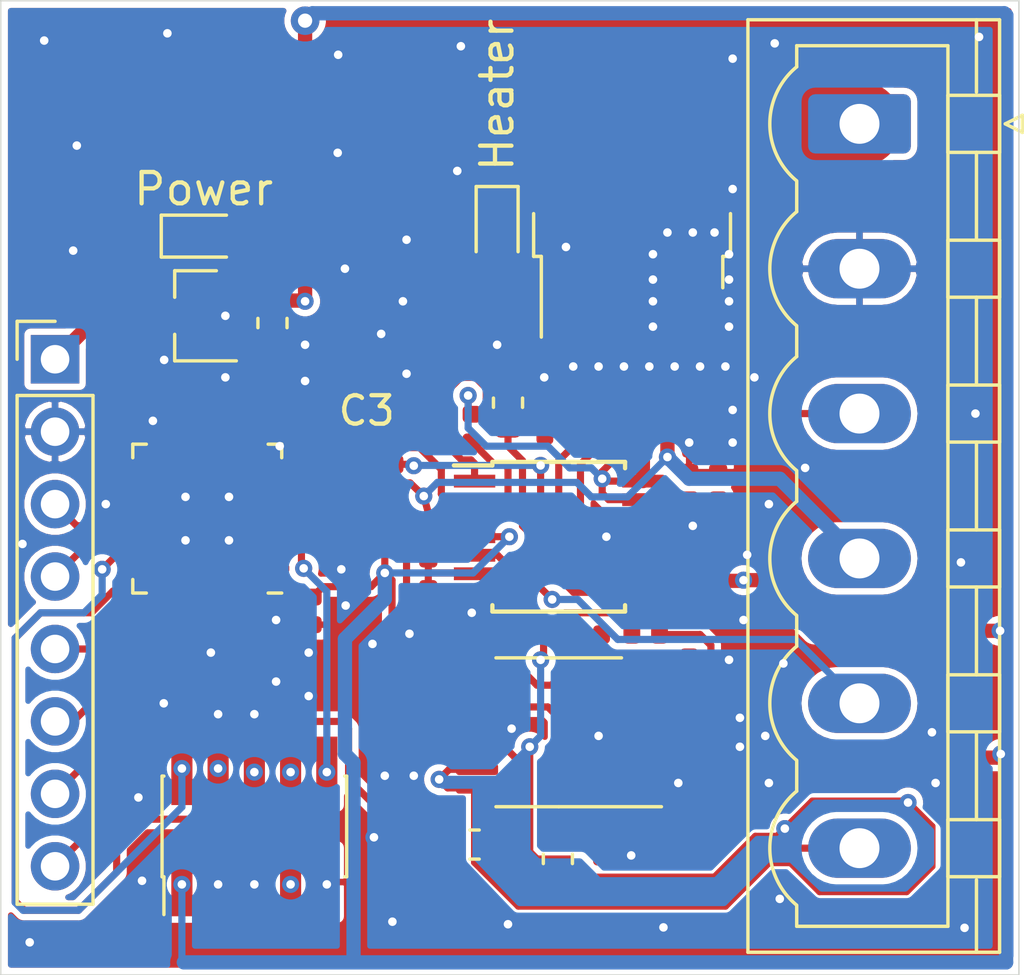
<source format=kicad_pcb>
(kicad_pcb (version 20171130) (host pcbnew "(5.1.5-0-10_14)")
  (layers (0 F.Cu signal) (31 B.Cu signal) (34 B.Paste user hide) (35 F.Paste user hide) (36 B.SilkS user hide) (37 F.SilkS user hide) (38 B.Mask user hide) (39 F.Mask user hide) (44 Edge.Cuts user))
  (net 0 "")
  (net 1 GND)
  (net 2 /LSU_Rtrim)
  (net 3 /LSU_Un)
  (net 4 /LSU_Vm)
  (net 5 /LSU_Ip)
  (net 6 +5V)
  (net 7 +3V3)
  (net 8 /nRESET)
  (net 9 /SWCLK)
  (net 10 /SWDIO)
  (net 11 "Net-(C2-Pad2)")
  (net 12 /LSU_Un_sense)
  (net 13 /Vm)
  (net 14 /Ip_sense)
  (net 15 /Un_sense)
  (net 16 "Net-(C1-Pad1)")
  (net 17 "Net-(C5-Pad1)")
  (net 18 "Net-(C6-Pad2)")
  (net 19 "Net-(C6-Pad1)")
  (net 20 "Net-(J1-Pad8)")
  (net 21 "Net-(J1-Pad7)")
  (net 22 "Net-(J1-Pad6)")
  (net 23 "Net-(R3-Pad2)")
  (net 24 "Net-(R4-Pad2)")
  (net 25 "Net-(R11-Pad1)")
  (net 26 "Net-(R12-Pad1)")
  (net 27 "Net-(R18-Pad1)")
  (net 28 "Net-(R19-Pad1)")
  (net 29 /Ip_dac)
  (net 30 /Nernst_esr_drive)
  (net 31 /Pump_Ref_Feedback)
  (net 32 "Net-(U4-Pad30)")
  (net 33 "Net-(U4-Pad29)")
  (net 34 "Net-(U4-Pad20)")
  (net 35 "Net-(U4-Pad19)")
  (net 36 "Net-(U4-Pad18)")
  (net 37 "Net-(U4-Pad16)")
  (net 38 "Net-(U4-Pad15)")
  (net 39 "Net-(U4-Pad14)")
  (net 40 "Net-(U4-Pad11)")
  (net 41 "Net-(U4-Pad10)")
  (net 42 "Net-(U4-Pad9)")
  (net 43 "Net-(U4-Pad3)")
  (net 44 "Net-(U4-Pad2)")
  (net 45 /CAN_TX)
  (net 46 /CAN_RX)
  (net 47 /VDDA)
  (net 48 /SPI_MOSI)
  (net 49 /SPI_MISO)
  (net 50 /SPI_SCK)
  (net 51 /SPI_CS)
  (net 52 /heater_pwm)
  (net 53 "Net-(Q1-Pad1)")
  (net 54 "Net-(J2-Pad1)")
  (net 55 "Net-(D1-Pad2)")
  (net 56 "Net-(R29-Pad2)")
  (net 57 "Net-(D2-Pad2)")
  (net 58 "Net-(R32-Pad1)")
  (net 59 "Net-(C3-Pad2)")
  (net 60 "Net-(C3-Pad1)")
  (net 61 "Net-(R17-Pad1)")
  (module Capacitor_SMD:C_0402_1005Metric (layer F.Cu) (at 93.599 83.312 180)
    (fp_text reference C3 (at 0 -1.17) (layer F.SilkS))
    (fp_text value 33n)
    (pad 2 smd roundrect (at 0.485 0 180) (size 0.59 0.64) (layers F.Cu F.Paste F.Mask) (net 59 "Net-(C3-Pad2)"))
    (pad 1 smd roundrect (at -0.485 0 180) (size 0.59 0.64) (layers F.Cu F.Paste F.Mask) (net 60 "Net-(C3-Pad1)"))
  )
  (module Resistor_SMD:R_0402_1005Metric (layer F.Cu) (at 96.266 84.455 270)
    (fp_text reference R34 hide)
    (fp_text value 10k)
    (pad 2 smd roundrect (at 0.485 0 270) (size 0.59 0.64) (layers F.Cu F.Paste F.Mask) (net 58 "Net-(R32-Pad1)"))
    (pad 1 smd roundrect (at -0.485 0 270) (size 0.59 0.64) (layers F.Cu F.Paste F.Mask) (net 2 /LSU_Rtrim))
  )
  (module Resistor_SMD:R_0402_1005Metric (layer F.Cu) (at 94.234 84.836 270)
    (fp_text reference R33 hide)
    (fp_text value 10k)
    (pad 2 smd roundrect (at 0.485 0 270) (size 0.59 0.64) (layers F.Cu F.Paste F.Mask) (net 59 "Net-(C3-Pad2)"))
    (pad 1 smd roundrect (at -0.485 0 270) (size 0.59 0.64) (layers F.Cu F.Paste F.Mask) (net 60 "Net-(C3-Pad1)"))
  )
  (module Resistor_SMD:R_0402_1005Metric (layer F.Cu) (at 97.282 85.09 90)
    (fp_text reference R32 hide)
    (fp_text value 68k)
    (pad 2 smd roundrect (at 0.485 0 90) (size 0.59 0.64) (layers F.Cu F.Paste F.Mask) (net 13 /Vm))
    (pad 1 smd roundrect (at -0.485 0 90) (size 0.59 0.64) (layers F.Cu F.Paste F.Mask) (net 58 "Net-(R32-Pad1)"))
  )
  (module Resistor_SMD:R_0402_1005Metric (layer F.Cu) (at 92.7862 84.836)
    (fp_text reference R31 hide)
    (fp_text value 68k)
    (pad 2 smd roundrect (at 0.485 0) (size 0.59 0.64) (layers F.Cu F.Paste F.Mask) (net 59 "Net-(C3-Pad2)"))
    (pad 1 smd roundrect (at -0.485 0) (size 0.59 0.64) (layers F.Cu F.Paste F.Mask) (net 29 /Ip_dac))
  )
  (module Capacitor_SMD:C_0402_1005Metric (layer F.Cu) (at 105.283 96.266)
    (fp_text reference C16 hide)
    (fp_text value 1u)
    (pad 2 smd roundrect (at 0.485 0) (size 0.59 0.64) (layers F.Cu F.Paste F.Mask) (net 1 GND))
    (pad 1 smd roundrect (at -0.485 0) (size 0.59 0.64) (layers F.Cu F.Paste F.Mask) (net 7 +3V3))
  )
  (module Package_SO:TSSOP-14_4.4x5mm_P0.65mm (layer F.Cu) (at 100.33 95.758 180)
    (fp_text reference U2 hide)
    (fp_text value MCP6004)
    (pad 14 smd roundrect (at 2.8625 -1.95 180) (size 1.475 0.4) (layers F.Cu F.Paste F.Mask) (net 12 /LSU_Un_sense))
    (pad 13 smd roundrect (at 2.8625 -1.3 180) (size 1.475 0.4) (layers F.Cu F.Paste F.Mask) (net 12 /LSU_Un_sense))
    (pad 12 smd roundrect (at 2.8625 -0.65 180) (size 1.475 0.4) (layers F.Cu F.Paste F.Mask) (net 3 /LSU_Un))
    (pad 11 smd roundrect (at 2.8625 0 180) (size 1.475 0.4) (layers F.Cu F.Paste F.Mask) (net 1 GND))
    (pad 10 smd roundrect (at 2.8625 0.65 180) (size 1.475 0.4) (layers F.Cu F.Paste F.Mask) (net 17 "Net-(C5-Pad1)"))
    (pad 9 smd roundrect (at 2.8625 1.3 180) (size 1.475 0.4) (layers F.Cu F.Paste F.Mask) (net 18 "Net-(C6-Pad2)"))
    (pad 8 smd roundrect (at 2.8625 1.95 180) (size 1.475 0.4) (layers F.Cu F.Paste F.Mask) (net 19 "Net-(C6-Pad1)"))
    (pad 7 smd roundrect (at -2.8625 1.95 180) (size 1.475 0.4) (layers F.Cu F.Paste F.Mask) (net 31 /Pump_Ref_Feedback))
    (pad 6 smd roundrect (at -2.8625 1.3 180) (size 1.475 0.4) (layers F.Cu F.Paste F.Mask) (net 27 "Net-(R18-Pad1)"))
    (pad 5 smd roundrect (at -2.8625 0.65 180) (size 1.475 0.4) (layers F.Cu F.Paste F.Mask) (net 28 "Net-(R19-Pad1)"))
    (pad 4 smd roundrect (at -2.8625 0 180) (size 1.475 0.4) (layers F.Cu F.Paste F.Mask) (net 7 +3V3))
    (pad 3 smd roundrect (at -2.8625 -0.65 180) (size 1.475 0.4) (layers F.Cu F.Paste F.Mask))
    (pad 2 smd roundrect (at -2.8625 -1.3 180) (size 1.475 0.4) (layers F.Cu F.Paste F.Mask))
    (pad 1 smd roundrect (at -2.8625 -1.95 180) (size 1.475 0.4) (layers F.Cu F.Paste F.Mask))
  )
  (module Connector_PinHeader_1.27mm:PinHeader_2x05_P1.27mm_Vertical_SMD (layer F.Cu) (at 89.662 99.06 90)
    (fp_text reference J1 hide)
    (fp_text value Conn_02x05_Odd_Even)
    (pad 10 smd rect (at 1.95 2.54 90) (size 2.4 0.74) (layers F.Cu F.Paste F.Mask) (net 8 /nRESET))
    (pad 9 smd rect (at -1.95 2.54 90) (size 2.4 0.74) (layers F.Cu F.Paste F.Mask) (net 1 GND))
    (pad 8 smd rect (at 1.95 1.27 90) (size 2.4 0.74) (layers F.Cu F.Paste F.Mask) (net 20 "Net-(J1-Pad8)"))
    (pad 7 smd rect (at -1.95 1.27 90) (size 2.4 0.74) (layers F.Cu F.Paste F.Mask) (net 21 "Net-(J1-Pad7)"))
    (pad 6 smd rect (at 1.95 0 90) (size 2.4 0.74) (layers F.Cu F.Paste F.Mask) (net 22 "Net-(J1-Pad6)"))
    (pad 5 smd rect (at -1.95 0 90) (size 2.4 0.74) (layers F.Cu F.Paste F.Mask) (net 1 GND))
    (pad 4 smd rect (at 1.95 -1.27 90) (size 2.4 0.74) (layers F.Cu F.Paste F.Mask) (net 9 /SWCLK))
    (pad 3 smd rect (at -1.95 -1.27 90) (size 2.4 0.74) (layers F.Cu F.Paste F.Mask) (net 1 GND))
    (pad 2 smd rect (at 1.95 -2.54 90) (size 2.4 0.74) (layers F.Cu F.Paste F.Mask) (net 10 /SWDIO))
    (pad 1 smd rect (at -1.95 -2.54 90) (size 2.4 0.74) (layers F.Cu F.Paste F.Mask) (net 7 +3V3))
  )
  (module Resistor_SMD:R_0402_1005Metric (layer F.Cu) (at 90.043 78.74 270)
    (fp_text reference R30 hide)
    (fp_text value 1k)
    (pad 2 smd roundrect (at 0.485 0 270) (size 0.59 0.64) (layers F.Cu F.Paste F.Mask) (net 7 +3V3))
    (pad 1 smd roundrect (at -0.485 0 270) (size 0.59 0.64) (layers F.Cu F.Paste F.Mask) (net 57 "Net-(D2-Pad2)"))
  )
  (module LED_SMD:LED_0603_1608Metric (layer F.Cu) (at 87.884 78.359)
    (fp_text reference D2 hide)
    (fp_text value GREEN)
    (pad 2 smd roundrect (at 0.7875 0) (size 0.875 0.95) (layers F.Cu F.Paste F.Mask) (net 57 "Net-(D2-Pad2)"))
    (pad 1 smd roundrect (at -0.7875 0) (size 0.875 0.95) (layers F.Cu F.Paste F.Mask) (net 1 GND))
  )
  (module Resistor_SMD:R_0402_1005Metric (layer F.Cu) (at 89.027 92.583 90)
    (fp_text reference R29 hide)
    (fp_text value 10k)
    (pad 2 smd roundrect (at 0.485 0 90) (size 0.59 0.64) (layers F.Cu F.Paste F.Mask) (net 56 "Net-(R29-Pad2)"))
    (pad 1 smd roundrect (at -0.485 0 90) (size 0.59 0.64) (layers F.Cu F.Paste F.Mask) (net 1 GND))
  )
  (module Package_DFN_QFN:QFN-32-1EP_5x5mm_P0.5mm_EP3.45x3.45mm (layer F.Cu) (at 88.011 88.265 180)
    (fp_text reference U4 hide)
    (fp_text value STM32F042K6Ux)
    (pad 32 smd roundrect (at -1.75 -2.4375 180) (size 0.25 0.875) (layers F.Cu F.Paste F.Mask) (net 30 /Nernst_esr_drive))
    (pad 31 smd roundrect (at -1.25 -2.4375 180) (size 0.25 0.875) (layers F.Cu F.Paste F.Mask) (net 56 "Net-(R29-Pad2)"))
    (pad 30 smd roundrect (at -0.75 -2.4375 180) (size 0.25 0.875) (layers F.Cu F.Paste F.Mask) (net 32 "Net-(U4-Pad30)"))
    (pad 29 smd roundrect (at -0.25 -2.4375 180) (size 0.25 0.875) (layers F.Cu F.Paste F.Mask) (net 33 "Net-(U4-Pad29)"))
    (pad 28 smd roundrect (at 0.25 -2.4375 180) (size 0.25 0.875) (layers F.Cu F.Paste F.Mask) (net 48 /SPI_MOSI))
    (pad 27 smd roundrect (at 0.75 -2.4375 180) (size 0.25 0.875) (layers F.Cu F.Paste F.Mask) (net 49 /SPI_MISO))
    (pad 26 smd roundrect (at 1.25 -2.4375 180) (size 0.25 0.875) (layers F.Cu F.Paste F.Mask) (net 50 /SPI_SCK))
    (pad 25 smd roundrect (at 1.75 -2.4375 180) (size 0.25 0.875) (layers F.Cu F.Paste F.Mask) (net 51 /SPI_CS))
    (pad 24 smd roundrect (at 2.4375 -1.75 180) (size 0.875 0.25) (layers F.Cu F.Paste F.Mask) (net 9 /SWCLK))
    (pad 23 smd roundrect (at 2.4375 -1.25 180) (size 0.875 0.25) (layers F.Cu F.Paste F.Mask) (net 10 /SWDIO))
    (pad 22 smd roundrect (at 2.4375 -0.75 180) (size 0.875 0.25) (layers F.Cu F.Paste F.Mask) (net 45 /CAN_TX))
    (pad 21 smd roundrect (at 2.4375 -0.25 180) (size 0.875 0.25) (layers F.Cu F.Paste F.Mask) (net 46 /CAN_RX))
    (pad 20 smd roundrect (at 2.4375 0.25 180) (size 0.875 0.25) (layers F.Cu F.Paste F.Mask) (net 34 "Net-(U4-Pad20)"))
    (pad 19 smd roundrect (at 2.4375 0.75 180) (size 0.875 0.25) (layers F.Cu F.Paste F.Mask) (net 35 "Net-(U4-Pad19)"))
    (pad 18 smd roundrect (at 2.4375 1.25 180) (size 0.875 0.25) (layers F.Cu F.Paste F.Mask) (net 36 "Net-(U4-Pad18)"))
    (pad 17 smd roundrect (at 2.4375 1.75 180) (size 0.875 0.25) (layers F.Cu F.Paste F.Mask) (net 7 +3V3))
    (pad 16 smd roundrect (at 1.75 2.4375 180) (size 0.25 0.875) (layers F.Cu F.Paste F.Mask) (net 37 "Net-(U4-Pad16)"))
    (pad 15 smd roundrect (at 1.25 2.4375 180) (size 0.25 0.875) (layers F.Cu F.Paste F.Mask) (net 38 "Net-(U4-Pad15)"))
    (pad 14 smd roundrect (at 0.75 2.4375 180) (size 0.25 0.875) (layers F.Cu F.Paste F.Mask) (net 39 "Net-(U4-Pad14)"))
    (pad 13 smd roundrect (at 0.25 2.4375 180) (size 0.25 0.875) (layers F.Cu F.Paste F.Mask) (net 52 /heater_pwm))
    (pad 12 smd roundrect (at -0.25 2.4375 180) (size 0.25 0.875) (layers F.Cu F.Paste F.Mask) (net 29 /Ip_dac))
    (pad 11 smd roundrect (at -0.75 2.4375 180) (size 0.25 0.875) (layers F.Cu F.Paste F.Mask) (net 40 "Net-(U4-Pad11)"))
    (pad 10 smd roundrect (at -1.25 2.4375 180) (size 0.25 0.875) (layers F.Cu F.Paste F.Mask) (net 41 "Net-(U4-Pad10)"))
    (pad 9 smd roundrect (at -1.75 2.4375 180) (size 0.25 0.875) (layers F.Cu F.Paste F.Mask) (net 42 "Net-(U4-Pad9)"))
    (pad 8 smd roundrect (at -2.4375 1.75 180) (size 0.875 0.25) (layers F.Cu F.Paste F.Mask) (net 14 /Ip_sense))
    (pad 7 smd roundrect (at -2.4375 1.25 180) (size 0.875 0.25) (layers F.Cu F.Paste F.Mask) (net 4 /LSU_Vm))
    (pad 6 smd roundrect (at -2.4375 0.75 180) (size 0.875 0.25) (layers F.Cu F.Paste F.Mask) (net 15 /Un_sense))
    (pad 5 smd roundrect (at -2.4375 0.25 180) (size 0.875 0.25) (layers F.Cu F.Paste F.Mask) (net 47 /VDDA))
    (pad 4 smd roundrect (at -2.4375 -0.25 180) (size 0.875 0.25) (layers F.Cu F.Paste F.Mask) (net 8 /nRESET))
    (pad 3 smd roundrect (at -2.4375 -0.75 180) (size 0.875 0.25) (layers F.Cu F.Paste F.Mask) (net 43 "Net-(U4-Pad3)"))
    (pad 2 smd roundrect (at -2.4375 -1.25 180) (size 0.875 0.25) (layers F.Cu F.Paste F.Mask) (net 44 "Net-(U4-Pad2)"))
    (pad 1 smd roundrect (at -2.4375 -1.75 180) (size 0.875 0.25) (layers F.Cu F.Paste F.Mask) (net 7 +3V3))
    (pad 33 smd roundrect (at 0 0 180) (size 3.45 3.45) (layers F.Cu F.Mask) (roundrect_rratio 0.072464) (net 1 GND))
  )
  (module Resistor_SMD:R_0402_1005Metric (layer F.Cu) (at 95.885 79.883 270)
    (fp_text reference R27 hide)
    (fp_text value 1k)
    (pad 2 smd roundrect (at 0.485 0 270) (size 0.59 0.64) (layers F.Cu F.Paste F.Mask) (net 52 /heater_pwm))
    (pad 1 smd roundrect (at -0.485 0 270) (size 0.59 0.64) (layers F.Cu F.Paste F.Mask) (net 55 "Net-(D1-Pad2)"))
  )
  (module LED_SMD:LED_0603_1608Metric (layer F.Cu) (at 98.171 78.105 270)
    (fp_text reference D1 hide)
    (fp_text value RED)
    (pad 2 smd roundrect (at 0.7875 0 270) (size 0.875 0.95) (layers F.Cu F.Paste F.Mask) (net 55 "Net-(D1-Pad2)"))
    (pad 1 smd roundrect (at -0.7875 0 270) (size 0.875 0.95) (layers F.Cu F.Paste F.Mask) (net 1 GND))
  )
  (module Capacitor_SMD:C_0402_1005Metric (layer F.Cu) (at 105.918 90.932 270)
    (fp_text reference C14 hide)
    (fp_text value 1u)
    (pad 2 smd roundrect (at 0.485 0 270) (size 0.59 0.64) (layers F.Cu F.Paste F.Mask) (net 1 GND))
    (pad 1 smd roundrect (at -0.485 0 270) (size 0.59 0.64) (layers F.Cu F.Paste F.Mask) (net 7 +3V3))
  )
  (module Connector_Phoenix_MSTB:PhoenixContact_MSTBVA_2,5_6-G-5,08_1x06_P5.08mm_Vertical (layer F.Cu) (at 110.871 74.422 270)
    (fp_text reference J2 hide)
    (fp_text value Conn_01x06)
    (pad 6 thru_hole oval (at 25.4 0 270) (size 2.08 3.6) (drill 1.4) (layers *.Cu *.Mask) (net 3 /LSU_Un))
    (pad 5 thru_hole oval (at 20.32 0 270) (size 2.08 3.6) (drill 1.4) (layers *.Cu *.Mask) (net 2 /LSU_Rtrim))
    (pad 4 thru_hole oval (at 15.24 0 270) (size 2.08 3.6) (drill 1.4) (layers *.Cu *.Mask) (net 4 /LSU_Vm))
    (pad 3 thru_hole oval (at 10.16 0 270) (size 2.08 3.6) (drill 1.4) (layers *.Cu *.Mask) (net 5 /LSU_Ip))
    (pad 2 thru_hole oval (at 5.08 0 270) (size 2.08 3.6) (drill 1.4) (layers *.Cu *.Mask) (net 1 GND))
    (pad 1 thru_hole roundrect (at 0 0 270) (size 2.08 3.6) (drill 1.4) (layers *.Cu *.Mask) (roundrect_rratio 0.120192) (net 54 "Net-(J2-Pad1)"))
  )
  (module Package_TO_SOT_SMD:TO-252-2 (layer F.Cu) (at 102.9 76.6 90)
    (fp_text reference Q1 hide)
    (fp_text value BTS3028)
    (pad 2 smd rect (at 2.1 0 90) (size 6.4 5.8) (layers F.Cu F.Mask) (net 54 "Net-(J2-Pad1)"))
    (pad 3 smd rect (at -4.2 2.28 90) (size 2.2 1.2) (layers F.Cu F.Paste F.Mask) (net 1 GND))
    (pad 1 smd rect (at -4.2 -2.28 90) (size 2.2 1.2) (layers F.Cu F.Paste F.Mask) (net 53 "Net-(Q1-Pad1)"))
  )
  (module Connector_PinHeader_2.54mm:PinHeader_1x08_P2.54mm_Vertical (layer F.Cu) (at 82.677 82.677)
    (fp_text reference J3 hide)
    (fp_text value Conn_01x08)
    (pad 8 thru_hole oval (at 0 17.78) (size 1.7 1.7) (drill 1) (layers *.Cu *.Mask) (net 48 /SPI_MOSI))
    (pad 7 thru_hole oval (at 0 15.24) (size 1.7 1.7) (drill 1) (layers *.Cu *.Mask) (net 49 /SPI_MISO))
    (pad 6 thru_hole oval (at 0 12.7) (size 1.7 1.7) (drill 1) (layers *.Cu *.Mask) (net 50 /SPI_SCK))
    (pad 5 thru_hole oval (at 0 10.16) (size 1.7 1.7) (drill 1) (layers *.Cu *.Mask) (net 51 /SPI_CS))
    (pad 4 thru_hole oval (at 0 7.62) (size 1.7 1.7) (drill 1) (layers *.Cu *.Mask) (net 45 /CAN_TX))
    (pad 3 thru_hole oval (at 0 5.08) (size 1.7 1.7) (drill 1) (layers *.Cu *.Mask) (net 46 /CAN_RX))
    (pad 2 thru_hole oval (at 0 2.54) (size 1.7 1.7) (drill 1) (layers *.Cu *.Mask) (net 1 GND))
    (pad 1 thru_hole rect (at 0 0) (size 1.7 1.7) (drill 1) (layers *.Cu *.Mask) (net 6 +5V))
  )
  (module Capacitor_SMD:C_0402_1005Metric (layer F.Cu) (at 85.217 84.074 90)
    (fp_text reference C13 hide)
    (fp_text value 100n)
    (pad 2 smd roundrect (at 0.485 0 90) (size 0.59 0.64) (layers F.Cu F.Paste F.Mask) (net 1 GND))
    (pad 1 smd roundrect (at -0.485 0 90) (size 0.59 0.64) (layers F.Cu F.Paste F.Mask) (net 7 +3V3))
  )
  (module Capacitor_SMD:C_0402_1005Metric (layer F.Cu) (at 91.7 91.5 270)
    (fp_text reference C12 hide)
    (fp_text value 100n)
    (pad 2 smd roundrect (at 0.485 0 270) (size 0.59 0.64) (layers F.Cu F.Paste F.Mask) (net 1 GND))
    (pad 1 smd roundrect (at -0.485 0 270) (size 0.59 0.64) (layers F.Cu F.Paste F.Mask) (net 7 +3V3))
  )
  (module Resistor_SMD:R_0402_1005Metric (layer F.Cu) (at 98.171 80.645 90)
    (fp_text reference R26 hide)
    (fp_text value 1k)
    (pad 2 smd roundrect (at 0.485 0 90) (size 0.59 0.64) (layers F.Cu F.Paste F.Mask) (net 53 "Net-(Q1-Pad1)"))
    (pad 1 smd roundrect (at -0.485 0 90) (size 0.59 0.64) (layers F.Cu F.Paste F.Mask) (net 1 GND))
  )
  (module Resistor_SMD:R_0402_1005Metric (layer F.Cu) (at 96.901 80.645 270)
    (fp_text reference R25 hide)
    (fp_text value 1k)
    (pad 2 smd roundrect (at 0.485 0 270) (size 0.59 0.64) (layers F.Cu F.Paste F.Mask) (net 52 /heater_pwm))
    (pad 1 smd roundrect (at -0.485 0 270) (size 0.59 0.64) (layers F.Cu F.Paste F.Mask) (net 53 "Net-(Q1-Pad1)"))
  )
  (module Resistor_SMD:R_0603_1608Metric (layer F.Cu) (at 98.552 84.201 90)
    (fp_text reference R10 hide)
    (fp_text value 61.9)
    (pad 2 smd roundrect (at 0.7875 0 90) (size 0.875 0.95) (layers F.Cu F.Paste F.Mask) (net 5 /LSU_Ip))
    (pad 1 smd roundrect (at -0.7875 0 90) (size 0.875 0.95) (layers F.Cu F.Paste F.Mask) (net 2 /LSU_Rtrim))
  )
  (module Capacitor_SMD:C_0402_1005Metric (layer F.Cu) (at 85.217 81.915 270)
    (fp_text reference C8 hide)
    (fp_text value 100n)
    (pad 2 smd roundrect (at 0.485 0 270) (size 0.59 0.64) (layers F.Cu F.Paste F.Mask) (net 1 GND))
    (pad 1 smd roundrect (at -0.485 0 270) (size 0.59 0.64) (layers F.Cu F.Paste F.Mask) (net 6 +5V))
  )
  (module Capacitor_SMD:C_0402_1005Metric (layer F.Cu) (at 105.029 84.455)
    (fp_text reference C4 hide)
    (fp_text value 1u)
    (pad 2 smd roundrect (at 0.485 0) (size 0.59 0.64) (layers F.Cu F.Paste F.Mask) (net 1 GND))
    (pad 1 smd roundrect (at -0.485 0) (size 0.59 0.64) (layers F.Cu F.Paste F.Mask) (net 4 /LSU_Vm))
  )
  (module Capacitor_SMD:C_0402_1005Metric (layer F.Cu) (at 105.918 87.122 90)
    (fp_text reference C1 hide)
    (fp_text value 1u)
    (pad 2 smd roundrect (at 0.485 0 90) (size 0.59 0.64) (layers F.Cu F.Paste F.Mask) (net 1 GND))
    (pad 1 smd roundrect (at -0.485 0 90) (size 0.59 0.64) (layers F.Cu F.Paste F.Mask) (net 16 "Net-(C1-Pad1)"))
  )
  (module Capacitor_SMD:C_0402_1005Metric (layer F.Cu) (at 93.218 88.773 270)
    (fp_text reference C7 hide)
    (fp_text value 1u)
    (pad 2 smd roundrect (at 0.485 0 270) (size 0.59 0.64) (layers F.Cu F.Paste F.Mask) (net 1 GND))
    (pad 1 smd roundrect (at -0.485 0 270) (size 0.59 0.64) (layers F.Cu F.Paste F.Mask) (net 47 /VDDA))
  )
  (module Resistor_SMD:R_0402_1005Metric (layer F.Cu) (at 94.107 86.36 180)
    (fp_text reference R24 hide)
    (fp_text value 3.3k)
    (pad 2 smd roundrect (at 0.485 0 180) (size 0.59 0.64) (layers F.Cu F.Paste F.Mask) (net 14 /Ip_sense))
    (pad 1 smd roundrect (at -0.485 0 180) (size 0.59 0.64) (layers F.Cu F.Paste F.Mask) (net 61 "Net-(R17-Pad1)"))
  )
  (module Capacitor_SMD:C_0402_1005Metric (layer F.Cu) (at 92.075 85.852 180)
    (fp_text reference C11 hide)
    (fp_text value 100n)
    (pad 2 smd roundrect (at 0.485 0 180) (size 0.59 0.64) (layers F.Cu F.Paste F.Mask) (net 1 GND))
    (pad 1 smd roundrect (at -0.485 0 180) (size 0.59 0.64) (layers F.Cu F.Paste F.Mask) (net 14 /Ip_sense))
  )
  (module Capacitor_SMD:C_0603_1608Metric (layer F.Cu) (at 97.38 99.695 180)
    (fp_text reference C2 hide)
    (fp_text value 100n)
    (pad 2 smd roundrect (at 0.7875 0 180) (size 0.875 0.95) (layers F.Cu F.Paste F.Mask) (net 11 "Net-(C2-Pad2)"))
    (pad 1 smd roundrect (at -0.7875 0 180) (size 0.875 0.95) (layers F.Cu F.Paste F.Mask) (net 3 /LSU_Un))
  )
  (module Package_SO:TSSOP-14_4.4x5mm_P0.65mm (layer F.Cu) (at 100.33 88.9)
    (fp_text reference U1 hide)
    (fp_text value MCP6004)
    (pad 14 smd rect (at 2.95 -1.95) (size 1.45 0.45) (layers F.Cu F.Paste F.Mask) (net 13 /Vm))
    (pad 13 smd rect (at 2.95 -1.3) (size 1.45 0.45) (layers F.Cu F.Paste F.Mask) (net 13 /Vm))
    (pad 12 smd rect (at 2.95 -0.65) (size 1.45 0.45) (layers F.Cu F.Paste F.Mask) (net 16 "Net-(C1-Pad1)"))
    (pad 11 smd rect (at 2.95 0) (size 1.45 0.45) (layers F.Cu F.Paste F.Mask) (net 1 GND))
    (pad 10 smd rect (at 2.95 0.65) (size 1.45 0.45) (layers F.Cu F.Paste F.Mask) (net 26 "Net-(R12-Pad1)"))
    (pad 9 smd rect (at 2.95 1.3) (size 1.45 0.45) (layers F.Cu F.Paste F.Mask) (net 25 "Net-(R11-Pad1)"))
    (pad 8 smd rect (at 2.95 1.95) (size 1.45 0.45) (layers F.Cu F.Paste F.Mask) (net 61 "Net-(R17-Pad1)"))
    (pad 7 smd rect (at -2.95 1.95) (size 1.45 0.45) (layers F.Cu F.Paste F.Mask) (net 15 /Un_sense))
    (pad 6 smd rect (at -2.95 1.3) (size 1.45 0.45) (layers F.Cu F.Paste F.Mask) (net 23 "Net-(R3-Pad2)"))
    (pad 5 smd rect (at -2.95 0.65) (size 1.45 0.45) (layers F.Cu F.Paste F.Mask) (net 24 "Net-(R4-Pad2)"))
    (pad 4 smd rect (at -2.95 0) (size 1.45 0.45) (layers F.Cu F.Paste F.Mask) (net 7 +3V3))
    (pad 3 smd rect (at -2.95 -0.65) (size 1.45 0.45) (layers F.Cu F.Paste F.Mask) (net 58 "Net-(R32-Pad1)"))
    (pad 2 smd rect (at -2.95 -1.3) (size 1.45 0.45) (layers F.Cu F.Paste F.Mask) (net 59 "Net-(C3-Pad2)"))
    (pad 1 smd rect (at -2.95 -1.95) (size 1.45 0.45) (layers F.Cu F.Paste F.Mask) (net 60 "Net-(C3-Pad1)"))
  )
  (module Package_TO_SOT_SMD:SOT-23 (layer F.Cu) (at 87.63 81.153 180)
    (fp_text reference U9 hide)
    (fp_text value XC6206P332MR)
    (pad 3 smd rect (at 1 0 180) (size 0.9 0.8) (layers F.Cu F.Paste F.Mask) (net 6 +5V))
    (pad 2 smd rect (at -1 0.95 180) (size 0.9 0.8) (layers F.Cu F.Paste F.Mask) (net 7 +3V3))
    (pad 1 smd rect (at -1 -0.95 180) (size 0.9 0.8) (layers F.Cu F.Paste F.Mask) (net 1 GND))
  )
  (module Resistor_SMD:R_0603_1608Metric (layer F.Cu) (at 100.3 100.2 90)
    (fp_text reference R22 hide)
    (fp_text value 10k)
    (pad 2 smd roundrect (at 0.7875 0 90) (size 0.875 0.95) (layers F.Cu F.Paste F.Mask) (net 19 "Net-(C6-Pad1)"))
    (pad 1 smd roundrect (at -0.7875 0 90) (size 0.875 0.95) (layers F.Cu F.Paste F.Mask) (net 3 /LSU_Un))
  )
  (module Resistor_SMD:R_0402_1005Metric (layer F.Cu) (at 103.378 92.329)
    (fp_text reference R21 hide)
    (fp_text value 10k)
    (pad 2 smd roundrect (at 0.485 0) (size 0.59 0.64) (layers F.Cu F.Paste F.Mask) (net 27 "Net-(R18-Pad1)"))
    (pad 1 smd roundrect (at -0.485 0) (size 0.59 0.64) (layers F.Cu F.Paste F.Mask) (net 12 /LSU_Un_sense))
  )
  (module Resistor_SMD:R_0402_1005Metric (layer F.Cu) (at 101.854 99.65 90)
    (fp_text reference R20 hide)
    (fp_text value 10k)
    (pad 2 smd roundrect (at 0.485 0 90) (size 0.59 0.64) (layers F.Cu F.Paste F.Mask) (net 28 "Net-(R19-Pad1)"))
    (pad 1 smd roundrect (at -0.485 0 90) (size 0.59 0.64) (layers F.Cu F.Paste F.Mask) (net 19 "Net-(C6-Pad1)"))
  )
  (module Resistor_SMD:R_0402_1005Metric (layer F.Cu) (at 105.283 95.25)
    (fp_text reference R19 hide)
    (fp_text value 10k)
    (pad 2 smd roundrect (at 0.485 0) (size 0.59 0.64) (layers F.Cu F.Paste F.Mask) (net 1 GND))
    (pad 1 smd roundrect (at -0.485 0) (size 0.59 0.64) (layers F.Cu F.Paste F.Mask) (net 28 "Net-(R19-Pad1)"))
  )
  (module Resistor_SMD:R_0402_1005Metric (layer F.Cu) (at 104.902 93.599 90)
    (fp_text reference R18 hide)
    (fp_text value 10k)
    (pad 2 smd roundrect (at 0.485 0 90) (size 0.59 0.64) (layers F.Cu F.Paste F.Mask) (net 31 /Pump_Ref_Feedback))
    (pad 1 smd roundrect (at -0.485 0 90) (size 0.59 0.64) (layers F.Cu F.Paste F.Mask) (net 27 "Net-(R18-Pad1)"))
  )
  (module Resistor_SMD:R_0402_1005Metric (layer F.Cu) (at 94.488 95.885 90)
    (fp_text reference R14 hide)
    (fp_text value 3.3k)
    (pad 2 smd roundrect (at 0.485 0 90) (size 0.59 0.64) (layers F.Cu F.Paste F.Mask) (net 17 "Net-(C5-Pad1)"))
    (pad 1 smd roundrect (at -0.485 0 90) (size 0.59 0.64) (layers F.Cu F.Paste F.Mask) (net 1 GND))
  )
  (module Resistor_SMD:R_0402_1005Metric (layer F.Cu) (at 94.107 93.98 90)
    (fp_text reference R13 hide)
    (fp_text value 51k)
    (pad 2 smd roundrect (at 0.485 0 90) (size 0.59 0.64) (layers F.Cu F.Paste F.Mask) (net 7 +3V3))
    (pad 1 smd roundrect (at -0.485 0 90) (size 0.59 0.64) (layers F.Cu F.Paste F.Mask) (net 17 "Net-(C5-Pad1)"))
  )
  (module Resistor_SMD:R_0402_1005Metric (layer F.Cu) (at 103.378 84.836 270)
    (fp_text reference R9 hide)
    (fp_text value 10)
    (pad 2 smd roundrect (at 0.485 0 270) (size 0.59 0.64) (layers F.Cu F.Paste F.Mask) (net 13 /Vm))
    (pad 1 smd roundrect (at -0.485 0 270) (size 0.59 0.64) (layers F.Cu F.Paste F.Mask) (net 4 /LSU_Vm))
  )
  (module Resistor_SMD:R_0402_1005Metric (layer F.Cu) (at 95.758 91.2 270)
    (fp_text reference R7 hide)
    (fp_text value 27k)
    (pad 2 smd roundrect (at 0.485 0 270) (size 0.59 0.64) (layers F.Cu F.Paste F.Mask) (net 15 /Un_sense))
    (pad 1 smd roundrect (at -0.485 0 270) (size 0.59 0.64) (layers F.Cu F.Paste F.Mask) (net 23 "Net-(R3-Pad2)"))
  )
  (module Resistor_SMD:R_0402_1005Metric (layer F.Cu) (at 97.282 92.329 180)
    (fp_text reference R5 hide)
    (fp_text value 27k)
    (pad 2 smd roundrect (at 0.485 0 180) (size 0.59 0.64) (layers F.Cu F.Paste F.Mask) (net 1 GND))
    (pad 1 smd roundrect (at -0.485 0 180) (size 0.59 0.64) (layers F.Cu F.Paste F.Mask) (net 24 "Net-(R4-Pad2)"))
  )
  (module Resistor_SMD:R_0402_1005Metric (layer F.Cu) (at 99.314 92.329 180)
    (fp_text reference R4 hide)
    (fp_text value 10k)
    (pad 2 smd roundrect (at 0.485 0 180) (size 0.59 0.64) (layers F.Cu F.Paste F.Mask) (net 24 "Net-(R4-Pad2)"))
    (pad 1 smd roundrect (at -0.485 0 180) (size 0.59 0.64) (layers F.Cu F.Paste F.Mask) (net 12 /LSU_Un_sense))
  )
  (module Resistor_SMD:R_0402_1005Metric (layer F.Cu) (at 95.758 89.2 270)
    (fp_text reference R3 hide)
    (fp_text value 10k)
    (pad 2 smd roundrect (at 0.485 0 270) (size 0.59 0.64) (layers F.Cu F.Paste F.Mask) (net 23 "Net-(R3-Pad2)"))
    (pad 1 smd roundrect (at -0.485 0 270) (size 0.59 0.64) (layers F.Cu F.Paste F.Mask) (net 4 /LSU_Vm))
  )
  (module Resistor_SMD:R_0402_1005Metric (layer F.Cu) (at 104.902 90.932 90)
    (fp_text reference R17 hide)
    (fp_text value 100k)
    (pad 2 smd roundrect (at 0.485 0 90) (size 0.59 0.64) (layers F.Cu F.Paste F.Mask) (net 25 "Net-(R11-Pad1)"))
    (pad 1 smd roundrect (at -0.485 0 90) (size 0.59 0.64) (layers F.Cu F.Paste F.Mask) (net 61 "Net-(R17-Pad1)"))
  )
  (module Resistor_SMD:R_0402_1005Metric (layer F.Cu) (at 102.362 84.836 270)
    (fp_text reference R15 hide)
    (fp_text value 100k)
    (pad 2 smd roundrect (at 0.485 0 270) (size 0.59 0.64) (layers F.Cu F.Paste F.Mask) (net 13 /Vm))
    (pad 1 smd roundrect (at -0.485 0 270) (size 0.59 0.64) (layers F.Cu F.Paste F.Mask) (net 26 "Net-(R12-Pad1)"))
  )
  (module Resistor_SMD:R_0402_1005Metric (layer F.Cu) (at 100.33 84.328 180)
    (fp_text reference R12 hide)
    (fp_text value 10k)
    (pad 2 smd roundrect (at 0.485 0 180) (size 0.59 0.64) (layers F.Cu F.Paste F.Mask) (net 5 /LSU_Ip))
    (pad 1 smd roundrect (at -0.485 0 180) (size 0.59 0.64) (layers F.Cu F.Paste F.Mask) (net 26 "Net-(R12-Pad1)"))
  )
  (module Resistor_SMD:R_0402_1005Metric (layer F.Cu) (at 100.33 85.344 180)
    (fp_text reference R11 hide)
    (fp_text value 10k)
    (pad 2 smd roundrect (at 0.485 0 180) (size 0.59 0.64) (layers F.Cu F.Paste F.Mask) (net 2 /LSU_Rtrim))
    (pad 1 smd roundrect (at -0.485 0 180) (size 0.59 0.64) (layers F.Cu F.Paste F.Mask) (net 25 "Net-(R11-Pad1)"))
  )
  (module Resistor_SMD:R_0402_1005Metric (layer F.Cu) (at 95.25 84.582 270)
    (fp_text reference R8 hide)
    (fp_text value 47)
    (pad 2 smd roundrect (at 0.485 0 270) (size 0.59 0.64) (layers F.Cu F.Paste F.Mask) (net 60 "Net-(C3-Pad1)"))
    (pad 1 smd roundrect (at -0.485 0 270) (size 0.59 0.64) (layers F.Cu F.Paste F.Mask) (net 2 /LSU_Rtrim))
  )
  (module Resistor_SMD:R_0402_1005Metric (layer F.Cu) (at 104.902 87.122 90)
    (fp_text reference R2 hide)
    (fp_text value 10k)
    (pad 2 smd roundrect (at 0.485 0 90) (size 0.59 0.64) (layers F.Cu F.Paste F.Mask) (net 1 GND))
    (pad 1 smd roundrect (at -0.485 0 90) (size 0.59 0.64) (layers F.Cu F.Paste F.Mask) (net 16 "Net-(C1-Pad1)"))
  )
  (module Resistor_SMD:R_0402_1005Metric (layer F.Cu) (at 105.41 89.408)
    (fp_text reference R1 hide)
    (fp_text value 10k)
    (pad 2 smd roundrect (at 0.485 0) (size 0.59 0.64) (layers F.Cu F.Paste F.Mask) (net 16 "Net-(C1-Pad1)"))
    (pad 1 smd roundrect (at -0.485 0) (size 0.59 0.64) (layers F.Cu F.Paste F.Mask) (net 7 +3V3))
  )
  (module Resistor_SMD:R_0402_1005Metric (layer F.Cu) (at 95.25 98.298 180)
    (fp_text reference R6 hide)
    (fp_text value 22k)
    (pad 2 smd roundrect (at 0.485 0 180) (size 0.59 0.64) (layers F.Cu F.Paste F.Mask) (net 30 /Nernst_esr_drive))
    (pad 1 smd roundrect (at -0.485 0 180) (size 0.59 0.64) (layers F.Cu F.Paste F.Mask) (net 11 "Net-(C2-Pad2)"))
  )
  (module Resistor_SMD:R_0402_1005Metric (layer F.Cu) (at 94.234 88.773 270)
    (fp_text reference R23 hide)
    (fp_text value 33)
    (pad 2 smd roundrect (at 0.485 0 270) (size 0.59 0.64) (layers F.Cu F.Paste F.Mask) (net 7 +3V3))
    (pad 1 smd roundrect (at -0.485 0 270) (size 0.59 0.64) (layers F.Cu F.Paste F.Mask) (net 47 /VDDA))
  )
  (module Resistor_SMD:R_0402_1005Metric (layer F.Cu) (at 101.346 92.329 180)
    (fp_text reference R16 hide)
    (fp_text value 3.3k)
    (pad 2 smd roundrect (at 0.485 0 180) (size 0.59 0.64) (layers F.Cu F.Paste F.Mask) (net 18 "Net-(C6-Pad2)"))
    (pad 1 smd roundrect (at -0.485 0 180) (size 0.59 0.64) (layers F.Cu F.Paste F.Mask) (net 31 /Pump_Ref_Feedback))
  )
  (module Capacitor_SMD:C_0402_1005Metric (layer F.Cu) (at 95.504 95.885 270)
    (fp_text reference C5 hide)
    (fp_text value 100n)
    (pad 2 smd roundrect (at 0.485 0 270) (size 0.59 0.64) (layers F.Cu F.Paste F.Mask) (net 1 GND))
    (pad 1 smd roundrect (at -0.485 0 270) (size 0.59 0.64) (layers F.Cu F.Paste F.Mask) (net 17 "Net-(C5-Pad1)"))
  )
  (module Capacitor_SMD:C_0603_1608Metric (layer F.Cu) (at 90.297 81.407 270)
    (fp_text reference C10 hide)
    (fp_text value 4.7u)
    (pad 2 smd roundrect (at 0.7875 0 270) (size 0.875 0.95) (layers F.Cu F.Paste F.Mask) (net 1 GND))
    (pad 1 smd roundrect (at -0.7875 0 270) (size 0.875 0.95) (layers F.Cu F.Paste F.Mask) (net 7 +3V3))
  )
  (module Capacitor_SMD:C_0402_1005Metric (layer F.Cu) (at 92.202 88.773 270)
    (fp_text reference C9 hide)
    (fp_text value 100n)
    (pad 2 smd roundrect (at 0.485 0 270) (size 0.59 0.64) (layers F.Cu F.Paste F.Mask) (net 1 GND))
    (pad 1 smd roundrect (at -0.485 0 270) (size 0.59 0.64) (layers F.Cu F.Paste F.Mask) (net 47 /VDDA))
  )
  (module Capacitor_SMD:C_0402_1005Metric (layer F.Cu) (at 95.758 93.98 270)
    (fp_text reference C6 hide)
    (fp_text value 1n)
    (pad 2 smd roundrect (at 0.485 0 270) (size 0.59 0.64) (layers F.Cu F.Paste F.Mask) (net 18 "Net-(C6-Pad2)"))
    (pad 1 smd roundrect (at -0.485 0 270) (size 0.59 0.64) (layers F.Cu F.Paste F.Mask) (net 19 "Net-(C6-Pad1)"))
  )
  (gr_text Power (at 87.884 76.708) (layer F.SilkS) (effects (font (size 1.1 1.1))))
  (gr_text Heater (at 98.171 73.406 90) (layer F.SilkS) (effects (font (size 1.1 1.1))))
  (gr_line (start 80.772 70.104) (end 80.772 104.267) (layer Edge.Cuts) (width 0.05))
  (gr_line (start 116.459 70.104) (end 80.772 70.104) (layer Edge.Cuts) (width 0.05))
  (gr_line (start 116.459 104.267) (end 116.459 70.104) (layer Edge.Cuts) (width 0.05))
  (gr_line (start 80.772 104.267) (end 116.459 104.267) (layer Edge.Cuts) (width 0.05))
  (via (at 98.679 95.631) (size 0.6) (drill 0.3) (layers F.Cu B.Cu) (net 1))
  (segment (start 97.38 95.758) (end 98.679 95.758) (width 0.25) (layer F.Cu) (net 1))
  (via (at 92.71 90.043) (size 0.6) (drill 0.3) (layers F.Cu B.Cu) (net 1))
  (via (at 95.25 97.282) (size 0.6) (drill 0.3) (layers F.Cu B.Cu) (net 1))
  (via (at 94.234 97.282) (size 0.6) (drill 0.3) (layers F.Cu B.Cu) (net 1))
  (via (at 93.853 99.441) (size 0.6) (drill 0.3) (layers F.Cu B.Cu) (net 1))
  (via (at 107.569 95.885) (size 0.6) (drill 0.3) (layers F.Cu B.Cu) (net 1))
  (via (at 104.902 85.598) (size 0.6) (drill 0.3) (layers F.Cu B.Cu) (net 1))
  (via (at 106.426 85.598) (size 0.6) (drill 0.3) (layers F.Cu B.Cu) (net 1))
  (via (at 104 102.6) (size 0.6) (drill 0.3) (layers F.Cu B.Cu) (net 1))
  (via (at 108.077 101.6) (size 0.6) (drill 0.3) (layers F.Cu B.Cu) (net 1))
  (via (at 106.68 95.25) (size 0.6) (drill 0.3) (layers F.Cu B.Cu) (net 1))
  (via (at 108.204 93.345) (size 0.6) (drill 0.3) (layers F.Cu B.Cu) (net 1))
  (via (at 106.934 89.535) (size 0.6) (drill 0.3) (layers F.Cu B.Cu) (net 1))
  (via (at 106.807 91.821) (size 0.6) (drill 0.3) (layers F.Cu B.Cu) (net 1))
  (via (at 106.426 84.455) (size 0.6) (drill 0.3) (layers F.Cu B.Cu) (net 1))
  (via (at 107.188 83.312) (size 0.6) (drill 0.3) (layers F.Cu B.Cu) (net 1))
  (via (at 101.727 82.931) (size 0.6) (drill 0.3) (layers F.Cu B.Cu) (net 1))
  (via (at 102.616 82.931) (size 0.6) (drill 0.3) (layers F.Cu B.Cu) (net 1))
  (via (at 103.505 82.931) (size 0.6) (drill 0.3) (layers F.Cu B.Cu) (net 1))
  (via (at 104.394 82.931) (size 0.6) (drill 0.3) (layers F.Cu B.Cu) (net 1))
  (via (at 105.283 82.931) (size 0.6) (drill 0.3) (layers F.Cu B.Cu) (net 1))
  (via (at 106.172 82.931) (size 0.6) (drill 0.3) (layers F.Cu B.Cu) (net 1))
  (via (at 105.029 78.232) (size 0.6) (drill 0.3) (layers F.Cu B.Cu) (net 1))
  (via (at 104.14 78.232) (size 0.6) (drill 0.3) (layers F.Cu B.Cu) (net 1))
  (via (at 103.632 78.994) (size 0.6) (drill 0.3) (layers F.Cu B.Cu) (net 1))
  (via (at 103.632 79.883) (size 0.6) (drill 0.3) (layers F.Cu B.Cu) (net 1))
  (via (at 103.632 80.645) (size 0.6) (drill 0.3) (layers F.Cu B.Cu) (net 1))
  (via (at 106.299 80.645) (size 0.6) (drill 0.3) (layers F.Cu B.Cu) (net 1))
  (via (at 106.299 79.883) (size 0.6) (drill 0.3) (layers F.Cu B.Cu) (net 1))
  (via (at 106.299 78.994) (size 0.6) (drill 0.3) (layers F.Cu B.Cu) (net 1))
  (via (at 105.791 78.232) (size 0.6) (drill 0.3) (layers F.Cu B.Cu) (net 1))
  (via (at 103.632 81.534) (size 0.6) (drill 0.3) (layers F.Cu B.Cu) (net 1))
  (via (at 106.299 81.534) (size 0.6) (drill 0.3) (layers F.Cu B.Cu) (net 1))
  (via (at 106.426 76.708) (size 0.6) (drill 0.3) (layers F.Cu B.Cu) (net 1))
  (via (at 106.426 72.136) (size 0.6) (drill 0.3) (layers F.Cu B.Cu) (net 1))
  (via (at 107.9 71.6) (size 0.6) (drill 0.3) (layers F.Cu B.Cu) (net 1))
  (via (at 115.062 71.374) (size 0.6) (drill 0.3) (layers F.Cu B.Cu) (net 1))
  (via (at 114.935 84.582) (size 0.6) (drill 0.3) (layers F.Cu B.Cu) (net 1))
  (via (at 114.427 89.8) (size 0.6) (drill 0.3) (layers F.Cu B.Cu) (net 1))
  (via (at 113.411 95.758) (size 0.6) (drill 0.3) (layers F.Cu B.Cu) (net 1))
  (via (at 114.554 102.616) (size 0.6) (drill 0.3) (layers F.Cu B.Cu) (net 1))
  (via (at 82.296 71.501) (size 0.6) (drill 0.3) (layers F.Cu B.Cu) (net 1))
  (via (at 86.614 71.247) (size 0.6) (drill 0.3) (layers F.Cu B.Cu) (net 1))
  (via (at 92.6 72) (size 0.6) (drill 0.3) (layers F.Cu B.Cu) (net 1))
  (via (at 96.9 71.7) (size 0.6) (drill 0.3) (layers F.Cu B.Cu) (net 1))
  (via (at 92.583 75.438) (size 0.6) (drill 0.3) (layers F.Cu B.Cu) (net 1))
  (via (at 83.439 75.184) (size 0.6) (drill 0.3) (layers F.Cu B.Cu) (net 1))
  (via (at 106.299 93.218) (size 0.6) (drill 0.3) (layers F.Cu B.Cu) (net 1))
  (via (at 100.584 78.74) (size 0.6) (drill 0.3) (layers F.Cu B.Cu) (net 1))
  (via (at 96.774 76.073) (size 0.6) (drill 0.3) (layers F.Cu B.Cu) (net 1))
  (via (at 89.662 101.092) (size 0.6) (drill 0.3) (layers F.Cu B.Cu) (net 1))
  (segment (start 89.662 101.01) (end 89.662 101.092) (width 0.25) (layer F.Cu) (net 1))
  (via (at 88.392 101.092) (size 0.6) (drill 0.3) (layers F.Cu B.Cu) (net 1))
  (segment (start 88.392 101.01) (end 88.392 101.092) (width 0.25) (layer F.Cu) (net 1))
  (via (at 92.202 101.092) (size 0.6) (drill 0.3) (layers F.Cu B.Cu) (net 1))
  (segment (start 92.202 101.01) (end 92.202 101.092) (width 0.25) (layer F.Cu) (net 1))
  (via (at 87.249 87.503) (size 0.6) (drill 0.3) (layers F.Cu B.Cu) (net 1))
  (via (at 88.773 87.503) (size 0.6) (drill 0.3) (layers F.Cu B.Cu) (net 1))
  (via (at 88.773 89.027) (size 0.6) (drill 0.3) (layers F.Cu B.Cu) (net 1))
  (via (at 87.249 89.027) (size 0.6) (drill 0.3) (layers F.Cu B.Cu) (net 1))
  (via (at 86.5 82.7) (size 0.6) (drill 0.3) (layers F.Cu B.Cu) (net 1))
  (via (at 90.551 85.725) (size 0.6) (drill 0.3) (layers F.Cu B.Cu) (net 1))
  (via (at 84.455 87.757) (size 0.6) (drill 0.3) (layers F.Cu B.Cu) (net 1))
  (via (at 88.138 92.964) (size 0.6) (drill 0.3) (layers F.Cu B.Cu) (net 1))
  (via (at 86.487 94.742) (size 0.6) (drill 0.3) (layers F.Cu B.Cu) (net 1))
  (via (at 94.996 78.486) (size 0.6) (drill 0.3) (layers F.Cu B.Cu) (net 1))
  (via (at 90.424 91.821) (size 0.6) (drill 0.3) (layers F.Cu B.Cu) (net 1))
  (via (at 89.662 95.123) (size 0.6) (drill 0.3) (layers F.Cu B.Cu) (net 1))
  (via (at 90.424 93.98) (size 0.6) (drill 0.3) (layers F.Cu B.Cu) (net 1))
  (via (at 83.312 78.867) (size 0.6) (drill 0.3) (layers F.Cu B.Cu) (net 1))
  (via (at 88.392 95.123) (size 0.6) (drill 0.3) (layers F.Cu B.Cu) (net 1))
  (via (at 92.837 79.502) (size 0.6) (drill 0.3) (layers F.Cu B.Cu) (net 1))
  (via (at 105.029 88.519) (size 0.6) (drill 0.3) (layers F.Cu B.Cu) (net 1))
  (via (at 102 88.9) (size 0.6) (drill 0.3) (layers F.Cu B.Cu) (net 1))
  (via (at 101.727 95.885) (size 0.6) (drill 0.3) (layers F.Cu B.Cu) (net 1))
  (via (at 94.5 102.4) (size 0.6) (drill 0.3) (layers F.Cu B.Cu) (net 1))
  (via (at 93.8022 92.6592) (size 0.6) (drill 0.3) (layers F.Cu B.Cu) (net 1))
  (via (at 91.567 92.964) (size 0.6) (drill 0.3) (layers F.Cu B.Cu) (net 1))
  (via (at 91.567 94.488) (size 0.6) (drill 0.3) (layers F.Cu B.Cu) (net 1))
  (via (at 97.282 91.567) (size 0.6) (drill 0.3) (layers F.Cu B.Cu) (net 1))
  (via (at 106.68 96.266) (size 0.6) (drill 0.3) (layers F.Cu B.Cu) (net 1))
  (via (at 104.521 97.536) (size 0.6) (drill 0.3) (layers F.Cu B.Cu) (net 1))
  (via (at 102.87 100.076) (size 0.6) (drill 0.3) (layers F.Cu B.Cu) (net 1))
  (via (at 98.552 102.489) (size 0.6) (drill 0.3) (layers F.Cu B.Cu) (net 1))
  (via (at 81.788 103.124) (size 0.6) (drill 0.3) (layers F.Cu B.Cu) (net 1))
  (via (at 81.534 89.154) (size 0.6) (drill 0.3) (layers F.Cu B.Cu) (net 1))
  (via (at 85.598 98.044) (size 0.6) (drill 0.3) (layers F.Cu B.Cu) (net 1))
  (via (at 107.696 97.536) (size 0.6) (drill 0.3) (layers F.Cu B.Cu) (net 1))
  (via (at 113.538 97.536) (size 0.6) (drill 0.3) (layers F.Cu B.Cu) (net 1))
  (via (at 107.696 87.757) (size 0.6) (drill 0.3) (layers F.Cu B.Cu) (net 1))
  (via (at 108.966 86.487) (size 0.6) (drill 0.3) (layers F.Cu B.Cu) (net 1))
  (via (at 85.725 100.965) (size 0.6) (drill 0.3) (layers F.Cu B.Cu) (net 1))
  (via (at 94.869 80.645) (size 0.6) (drill 0.3) (layers F.Cu B.Cu) (net 1))
  (via (at 88.646 81.153) (size 0.6) (drill 0.3) (layers F.Cu B.Cu) (net 1))
  (via (at 99.822 83.312) (size 0.6) (drill 0.3) (layers F.Cu B.Cu) (net 1))
  (via (at 100.838 82.931) (size 0.6) (drill 0.3) (layers F.Cu B.Cu) (net 1))
  (via (at 98.171 82.169) (size 0.6) (drill 0.3) (layers F.Cu B.Cu) (net 1))
  (via (at 91.44 83.439) (size 0.6) (drill 0.3) (layers F.Cu B.Cu) (net 1))
  (via (at 91.44 82.169) (size 0.6) (drill 0.3) (layers F.Cu B.Cu) (net 1))
  (via (at 94.996 83.185) (size 0.6) (drill 0.3) (layers F.Cu B.Cu) (net 1))
  (via (at 92.8624 91.313) (size 0.6) (drill 0.3) (layers F.Cu B.Cu) (net 1))
  (via (at 94.107 81.788) (size 0.6) (drill 0.3) (layers F.Cu B.Cu) (net 1))
  (via (at 95.0976 92.3036) (size 0.6) (drill 0.3) (layers F.Cu B.Cu) (net 1))
  (via (at 86.106 84.836) (size 0.6) (drill 0.3) (layers F.Cu B.Cu) (net 1))
  (via (at 88.646 83.312) (size 0.6) (drill 0.3) (layers F.Cu B.Cu) (net 1))
  (via (at 100.1 91.1) (size 0.6) (drill 0.3) (layers F.Cu B.Cu) (net 2))
  (segment (start 108.631 92.502) (end 110.871 94.742) (width 0.25) (layer B.Cu) (net 2))
  (segment (start 100.1 91.1) (end 100.996 91.1) (width 0.25) (layer B.Cu) (net 2))
  (segment (start 100.996 91.1) (end 102.398 92.502) (width 0.25) (layer B.Cu) (net 2))
  (segment (start 102.398 92.502) (end 108.631 92.502) (width 0.25) (layer B.Cu) (net 2))
  (segment (start 98.552 84.9885) (end 98.552 85.725) (width 0.25) (layer F.Cu) (net 2))
  (segment (start 98.552 85.725) (end 99.06 86.233) (width 0.25) (layer F.Cu) (net 2))
  (segment (start 99.06 86.233) (end 99.06 88.519) (width 0.25) (layer F.Cu) (net 2))
  (segment (start 99.06 88.519) (end 99.568 89.027) (width 0.25) (layer F.Cu) (net 2))
  (segment (start 99.568 90.568) (end 100.1 91.1) (width 0.25) (layer F.Cu) (net 2))
  (segment (start 99.568 89.027) (end 99.568 90.568) (width 0.25) (layer F.Cu) (net 2))
  (segment (start 99.4895 84.9885) (end 99.845 85.344) (width 0.25) (layer F.Cu) (net 2))
  (segment (start 98.552 84.9885) (end 99.4895 84.9885) (width 0.25) (layer F.Cu) (net 2))
  (segment (start 96.139 84.097) (end 96.266 83.97) (width 0.25) (layer F.Cu) (net 2))
  (segment (start 95.25 84.097) (end 96.139 84.097) (width 0.25) (layer F.Cu) (net 2))
  (segment (start 96.266 83.97) (end 96.266 83.947) (width 0.25) (layer F.Cu) (net 2))
  (segment (start 96.266 83.947) (end 96.901 83.312) (width 0.25) (layer F.Cu) (net 2))
  (segment (start 96.901 83.312) (end 97.409 83.312) (width 0.25) (layer F.Cu) (net 2))
  (segment (start 97.409 83.312) (end 97.79 83.693) (width 0.25) (layer F.Cu) (net 2))
  (segment (start 97.79 83.693) (end 97.79 84.074) (width 0.25) (layer F.Cu) (net 2))
  (segment (start 98.552 84.836) (end 98.552 84.9885) (width 0.25) (layer F.Cu) (net 2))
  (segment (start 97.79 84.074) (end 98.552 84.836) (width 0.25) (layer F.Cu) (net 2))
  (segment (start 100.6585 101.346) (end 100.3 100.9875) (width 0.25) (layer F.Cu) (net 3))
  (segment (start 105.918 101.346) (end 100.6585 101.346) (width 0.25) (layer F.Cu) (net 3))
  (segment (start 110.871 99.822) (end 107.442 99.822) (width 0.25) (layer F.Cu) (net 3))
  (segment (start 107.442 99.822) (end 105.918 101.346) (width 0.25) (layer F.Cu) (net 3))
  (segment (start 100.297 100.9905) (end 100.3 100.9875) (width 0.25) (layer F.Cu) (net 3))
  (segment (start 99.46 100.9875) (end 100.3 100.9875) (width 0.25) (layer F.Cu) (net 3))
  (segment (start 98.1675 99.695) (end 99.46 100.9875) (width 0.25) (layer F.Cu) (net 3))
  (segment (start 98.806 96.647) (end 98.567 96.408) (width 0.25) (layer F.Cu) (net 3))
  (segment (start 98.806 98.552) (end 98.806 96.647) (width 0.25) (layer F.Cu) (net 3))
  (segment (start 98.567 96.408) (end 97.38 96.408) (width 0.25) (layer F.Cu) (net 3))
  (segment (start 98.1675 99.695) (end 98.1675 99.1905) (width 0.25) (layer F.Cu) (net 3))
  (segment (start 98.1675 99.1905) (end 98.806 98.552) (width 0.25) (layer F.Cu) (net 3))
  (via (at 104.14 86.106) (size 0.6) (drill 0.3) (layers F.Cu B.Cu) (net 4))
  (segment (start 104.44 84.351) (end 104.544 84.455) (width 0.5) (layer F.Cu) (net 4))
  (segment (start 104.14 84.455) (end 104.14 86.106) (width 0.5) (layer F.Cu) (net 4))
  (segment (start 104.036 84.351) (end 104.14 84.455) (width 0.5) (layer F.Cu) (net 4))
  (segment (start 103.378 84.351) (end 104.036 84.351) (width 0.5) (layer F.Cu) (net 4))
  (segment (start 104.036 84.351) (end 104.44 84.351) (width 0.5) (layer F.Cu) (net 4))
  (segment (start 104.14 86.106) (end 104.902 86.868) (width 0.5) (layer B.Cu) (net 4))
  (segment (start 108.077 86.868) (end 110.871 89.662) (width 0.5) (layer B.Cu) (net 4))
  (segment (start 104.902 86.868) (end 108.077 86.868) (width 0.5) (layer B.Cu) (net 4))
  (via (at 95.6 87.475736) (size 0.6) (drill 0.3) (layers F.Cu B.Cu) (net 4))
  (segment (start 104.14 86.106) (end 102.743 87.503) (width 0.25) (layer B.Cu) (net 4))
  (segment (start 102.743 87.503) (end 101.473 87.503) (width 0.25) (layer B.Cu) (net 4))
  (segment (start 101.473 87.503) (end 100.965 86.995) (width 0.25) (layer B.Cu) (net 4))
  (segment (start 96.080736 86.995) (end 95.6 87.475736) (width 0.25) (layer B.Cu) (net 4))
  (segment (start 100.965 86.995) (end 96.080736 86.995) (width 0.25) (layer B.Cu) (net 4))
  (segment (start 95.758 88.058) (end 95.758 88.715) (width 0.25) (layer F.Cu) (net 4))
  (segment (start 95.6 87.475736) (end 95.758 88.058) (width 0.25) (layer F.Cu) (net 4))
  (segment (start 94.785 87.015) (end 90.4485 87.015) (width 0.25) (layer F.Cu) (net 4))
  (segment (start 95.123 87.015) (end 94.785 87.015) (width 0.25) (layer F.Cu) (net 4))
  (segment (start 95.6 87.475736) (end 95.123 87.015) (width 0.25) (layer F.Cu) (net 4))
  (segment (start 99.845 84.328) (end 100.48 83.693) (width 0.25) (layer F.Cu) (net 5))
  (segment (start 100.48 83.693) (end 106.553 83.693) (width 0.25) (layer F.Cu) (net 5))
  (segment (start 107.442 84.582) (end 110.871 84.582) (width 0.25) (layer F.Cu) (net 5))
  (segment (start 106.553 83.693) (end 107.442 84.582) (width 0.25) (layer F.Cu) (net 5))
  (segment (start 99.4665 84.328) (end 98.552 83.4135) (width 0.25) (layer F.Cu) (net 5))
  (segment (start 99.845 84.328) (end 99.4665 84.328) (width 0.25) (layer F.Cu) (net 5))
  (segment (start 82.781 82.573) (end 82.677 82.677) (width 0.5) (layer F.Cu) (net 6))
  (segment (start 86.353 81.43) (end 86.63 81.153) (width 0.5) (layer F.Cu) (net 6))
  (segment (start 85.217 81.43) (end 86.353 81.43) (width 0.5) (layer F.Cu) (net 6))
  (segment (start 83.924 81.43) (end 85.217 81.43) (width 0.5) (layer F.Cu) (net 6))
  (segment (start 82.677 82.677) (end 83.924 81.43) (width 0.5) (layer F.Cu) (net 6))
  (via (at 94.234 90.17) (size 0.6) (drill 0.3) (layers F.Cu B.Cu) (net 7))
  (segment (start 94.234 89.258) (end 94.234 90.17) (width 0.25) (layer F.Cu) (net 7))
  (via (at 106.807 90.424) (size 0.6) (drill 0.3) (layers F.Cu B.Cu) (net 7))
  (segment (start 106.784 90.447) (end 105.918 90.447) (width 0.5) (layer F.Cu) (net 7))
  (segment (start 106.807 90.424) (end 106.784 90.447) (width 0.5) (layer F.Cu) (net 7))
  (segment (start 85.5735 86.515) (end 85.5735 85.9545) (width 0.25) (layer F.Cu) (net 7))
  (segment (start 85.217 85.598) (end 85.217 84.559) (width 0.25) (layer F.Cu) (net 7))
  (segment (start 85.5735 85.9545) (end 85.217 85.598) (width 0.25) (layer F.Cu) (net 7))
  (segment (start 89.8805 80.203) (end 90.297 80.6195) (width 0.5) (layer F.Cu) (net 7))
  (segment (start 88.63 80.203) (end 89.8805 80.203) (width 0.5) (layer F.Cu) (net 7))
  (via (at 91.44 80.645) (size 0.6) (drill 0.3) (layers F.Cu B.Cu) (net 7))
  (segment (start 91.4145 80.6195) (end 91.44 80.645) (width 0.5) (layer F.Cu) (net 7))
  (segment (start 90.297 80.6195) (end 91.4145 80.6195) (width 0.5) (layer F.Cu) (net 7))
  (segment (start 89.8805 79.3875) (end 90.043 79.225) (width 0.25) (layer F.Cu) (net 7))
  (segment (start 89.8805 80.203) (end 89.8805 79.3875) (width 0.25) (layer F.Cu) (net 7))
  (segment (start 104.925 89.454) (end 105.918 90.447) (width 0.25) (layer F.Cu) (net 7))
  (segment (start 104.925 89.408) (end 104.925 89.454) (width 0.25) (layer F.Cu) (net 7))
  (via (at 87.122 101.092) (size 0.6) (drill 0.3) (layers F.Cu B.Cu) (net 7))
  (segment (start 87.122 101.01) (end 87.122 101.092) (width 0.25) (layer F.Cu) (net 7))
  (segment (start 87.122 103.759) (end 87.18989 103.82689) (width 0.25) (layer B.Cu) (net 7))
  (segment (start 87.122 101.092) (end 87.122 103.759) (width 0.25) (layer B.Cu) (net 7))
  (via (at 115.824 96.52) (size 0.6) (drill 0.3) (layers F.Cu B.Cu) (net 7))
  (segment (start 104.798 96.416) (end 104.798 96.266) (width 0.25) (layer F.Cu) (net 7))
  (segment (start 94.107 90.297) (end 94.234 90.17) (width 0.25) (layer F.Cu) (net 7))
  (segment (start 90.4485 90.015) (end 90.4485 90.7485) (width 0.25) (layer F.Cu) (net 7))
  (segment (start 90.715 91.015) (end 91.7 91.015) (width 0.25) (layer F.Cu) (net 7))
  (segment (start 90.4485 90.7485) (end 90.715 91.015) (width 0.25) (layer F.Cu) (net 7))
  (segment (start 87.18989 103.82689) (end 93.22689 103.82689) (width 0.5) (layer B.Cu) (net 7))
  (segment (start 98.425 88.9) (end 97.38 88.9) (width 0.25) (layer F.Cu) (net 7))
  (via (at 98.6 88.9) (size 0.6) (drill 0.3) (layers F.Cu B.Cu) (net 7))
  (segment (start 91.44 80.645) (end 91.44 70.80411) (width 0.5) (layer F.Cu) (net 7))
  (segment (start 115.94411 70.54411) (end 91.7 70.54411) (width 0.5) (layer B.Cu) (net 7))
  (segment (start 116.01889 70.61889) (end 115.94411 70.54411) (width 0.5) (layer B.Cu) (net 7))
  (via (at 91.44 70.80411) (size 1) (drill 0.5) (layers F.Cu B.Cu) (net 7))
  (segment (start 93.22689 103.82689) (end 116.01011 103.82689) (width 0.5) (layer B.Cu) (net 7))
  (segment (start 116.01011 103.82689) (end 116.01011 103.57289) (width 0.5) (layer B.Cu) (net 7))
  (segment (start 116.01011 103.57289) (end 116.01889 103.56411) (width 0.5) (layer B.Cu) (net 7))
  (segment (start 91.7 70.54411) (end 91.44 70.80411) (width 0.5) (layer B.Cu) (net 7))
  (segment (start 116.01889 103.56411) (end 116.01889 70.61889) (width 0.5) (layer B.Cu) (net 7))
  (segment (start 85.657101 84.118899) (end 86.281101 84.118899) (width 0.25) (layer F.Cu) (net 7))
  (segment (start 85.217 84.559) (end 85.657101 84.118899) (width 0.25) (layer F.Cu) (net 7))
  (segment (start 86.281101 84.118899) (end 87.6 82.8) (width 0.25) (layer F.Cu) (net 7))
  (segment (start 87.6 81.233) (end 88.63 80.203) (width 0.25) (layer F.Cu) (net 7))
  (segment (start 87.6 82.8) (end 87.6 81.233) (width 0.25) (layer F.Cu) (net 7))
  (segment (start 106.807 90.424) (end 107.524 90.424) (width 0.5) (layer F.Cu) (net 7))
  (via (at 115.8 92.2) (size 0.6) (drill 0.3) (layers F.Cu B.Cu) (net 7))
  (segment (start 107.524 90.424) (end 109.3 92.2) (width 0.5) (layer F.Cu) (net 7))
  (segment (start 109.3 92.2) (end 115.8 92.2) (width 0.5) (layer F.Cu) (net 7))
  (segment (start 97.33 90.17) (end 98.6 88.9) (width 0.25) (layer B.Cu) (net 7))
  (segment (start 94.234 90.17) (end 97.33 90.17) (width 0.25) (layer B.Cu) (net 7))
  (segment (start 104.29 95.758) (end 104.798 96.266) (width 0.25) (layer F.Cu) (net 7))
  (segment (start 103.1925 95.758) (end 104.29 95.758) (width 0.25) (layer F.Cu) (net 7))
  (segment (start 94.234 90.17) (end 94.488 90.424) (width 0.25) (layer F.Cu) (net 7))
  (segment (start 94.488 93.114) (end 94.107 93.495) (width 0.25) (layer F.Cu) (net 7))
  (segment (start 94.488 90.424) (end 94.488 93.114) (width 0.25) (layer F.Cu) (net 7))
  (segment (start 115.697 96.647) (end 115.824 96.52) (width 0.5) (layer F.Cu) (net 7))
  (segment (start 107.315 96.647) (end 115.697 96.647) (width 0.5) (layer F.Cu) (net 7))
  (segment (start 105.283 97.155) (end 106.807 97.155) (width 0.5) (layer F.Cu) (net 7))
  (segment (start 106.807 97.155) (end 107.315 96.647) (width 0.5) (layer F.Cu) (net 7))
  (segment (start 104.798 96.67) (end 105.283 97.155) (width 0.5) (layer F.Cu) (net 7))
  (segment (start 104.798 96.266) (end 104.798 96.67) (width 0.5) (layer F.Cu) (net 7))
  (segment (start 94.234 91.0844) (end 94.234 90.17) (width 0.5) (layer B.Cu) (net 7))
  (segment (start 93.137899 96.820899) (end 92.837 96.52) (width 0.5) (layer B.Cu) (net 7))
  (segment (start 92.837 92.4814) (end 94.234 91.0844) (width 0.5) (layer B.Cu) (net 7))
  (segment (start 92.837 96.52) (end 92.837 92.4814) (width 0.5) (layer B.Cu) (net 7))
  (segment (start 93.137899 103.737899) (end 93.137899 96.820899) (width 0.5) (layer B.Cu) (net 7))
  (segment (start 93.22689 103.82689) (end 93.137899 103.737899) (width 0.5) (layer B.Cu) (net 7))
  (segment (start 92.0624 90.6526) (end 93.7514 90.6526) (width 0.25) (layer F.Cu) (net 7))
  (segment (start 93.7514 90.6526) (end 94.234 90.17) (width 0.25) (layer F.Cu) (net 7))
  (segment (start 91.7 91.015) (end 92.0624 90.6526) (width 0.25) (layer F.Cu) (net 7))
  (via (at 92.202 97.155) (size 0.6) (drill 0.3) (layers F.Cu B.Cu) (net 8))
  (segment (start 92.202 97.11) (end 92.202 97.155) (width 0.25) (layer F.Cu) (net 8))
  (segment (start 91.182 88.515) (end 90.4485 88.515) (width 0.25) (layer F.Cu) (net 8))
  (segment (start 91.313 88.646) (end 91.182 88.515) (width 0.25) (layer F.Cu) (net 8))
  (segment (start 91.390675 90.009325) (end 92.202 90.82065) (width 0.25) (layer B.Cu) (net 8))
  (segment (start 91.313 89.93165) (end 91.313 88.646) (width 0.25) (layer F.Cu) (net 8))
  (via (at 91.390675 90.009325) (size 0.6) (drill 0.3) (layers F.Cu B.Cu) (net 8))
  (segment (start 91.390675 90.009325) (end 91.313 89.93165) (width 0.25) (layer F.Cu) (net 8))
  (segment (start 92.202 90.82065) (end 92.202 97.155) (width 0.25) (layer B.Cu) (net 8))
  (segment (start 88.392 97.11) (end 88.392 97.028) (width 0.25) (layer F.Cu) (net 9))
  (via (at 88.392 97.028) (size 0.6) (drill 0.3) (layers F.Cu B.Cu) (net 9))
  (segment (start 88.392 98.679) (end 88.392 97.11) (width 0.25) (layer F.Cu) (net 9))
  (segment (start 84.836 99.695) (end 85.725 98.806) (width 0.25) (layer F.Cu) (net 9))
  (segment (start 84.836 100.664) (end 84.836 99.695) (width 0.25) (layer F.Cu) (net 9))
  (segment (start 85.471 90.805) (end 84.709 90.805) (width 0.25) (layer F.Cu) (net 9))
  (segment (start 81.6 102) (end 83.5 102) (width 0.25) (layer F.Cu) (net 9))
  (segment (start 85.5735 90.7025) (end 85.471 90.805) (width 0.25) (layer F.Cu) (net 9))
  (segment (start 81.28 92.456) (end 81.28 101.68) (width 0.25) (layer F.Cu) (net 9))
  (segment (start 85.725 98.806) (end 88.265 98.806) (width 0.25) (layer F.Cu) (net 9))
  (segment (start 82.169 91.567) (end 81.28 92.456) (width 0.25) (layer F.Cu) (net 9))
  (segment (start 83.5 102) (end 84.836 100.664) (width 0.25) (layer F.Cu) (net 9))
  (segment (start 81.28 101.68) (end 81.6 102) (width 0.25) (layer F.Cu) (net 9))
  (segment (start 83.947 91.567) (end 82.169 91.567) (width 0.25) (layer F.Cu) (net 9))
  (segment (start 88.265 98.806) (end 88.392 98.679) (width 0.25) (layer F.Cu) (net 9))
  (segment (start 84.709 90.805) (end 83.947 91.567) (width 0.25) (layer F.Cu) (net 9))
  (segment (start 85.5735 90.015) (end 85.5735 90.7025) (width 0.25) (layer F.Cu) (net 9))
  (via (at 87.122 97.028) (size 0.6) (drill 0.3) (layers F.Cu B.Cu) (net 10))
  (segment (start 87.122 97.11) (end 87.122 97.028) (width 0.25) (layer F.Cu) (net 10))
  (segment (start 87.122 98.378) (end 87.122 97.028) (width 0.25) (layer B.Cu) (net 10))
  (segment (start 83.5 102) (end 87.122 98.378) (width 0.25) (layer B.Cu) (net 10))
  (via (at 84.328 90.043) (size 0.6) (drill 0.3) (layers F.Cu B.Cu) (net 10))
  (segment (start 84.856 89.515) (end 84.328 90.043) (width 0.25) (layer F.Cu) (net 10))
  (segment (start 85.5735 89.515) (end 84.856 89.515) (width 0.25) (layer F.Cu) (net 10))
  (segment (start 84.328 90.043) (end 84.328 90.932) (width 0.25) (layer B.Cu) (net 10))
  (segment (start 84.328 90.932) (end 83.693 91.567) (width 0.25) (layer B.Cu) (net 10))
  (segment (start 83.693 91.567) (end 82.169 91.567) (width 0.25) (layer B.Cu) (net 10))
  (segment (start 82.169 91.567) (end 81.28 92.456) (width 0.25) (layer B.Cu) (net 10))
  (segment (start 83.5 102) (end 81.553 102) (width 0.25) (layer B.Cu) (net 10))
  (segment (start 81.28 101.727) (end 81.28 92.456) (width 0.25) (layer B.Cu) (net 10))
  (segment (start 81.553 102) (end 81.28 101.727) (width 0.25) (layer B.Cu) (net 10))
  (segment (start 95.735 98.298) (end 96.393 98.298) (width 0.25) (layer F.Cu) (net 11))
  (segment (start 96.5925 98.4975) (end 96.393 98.298) (width 0.25) (layer F.Cu) (net 11))
  (segment (start 96.5925 99.695) (end 96.5925 98.4975) (width 0.25) (layer F.Cu) (net 11))
  (via (at 96.139 97.409) (size 0.6) (drill 0.3) (layers F.Cu B.Cu) (net 12))
  (segment (start 96.438 97.708) (end 96.139 97.409) (width 0.25) (layer F.Cu) (net 12))
  (segment (start 97.38 97.708) (end 96.438 97.708) (width 0.25) (layer F.Cu) (net 12))
  (via (at 99.314 96.266) (size 0.6) (drill 0.3) (layers F.Cu B.Cu) (net 12))
  (segment (start 98.171 97.409) (end 99.314 96.266) (width 0.25) (layer B.Cu) (net 12))
  (segment (start 96.139 97.409) (end 98.171 97.409) (width 0.25) (layer B.Cu) (net 12))
  (via (at 99.695 93.218) (size 0.6) (drill 0.3) (layers F.Cu B.Cu) (net 12))
  (segment (start 99.695 93.218) (end 99.799 93.114) (width 0.25) (layer F.Cu) (net 12))
  (segment (start 99.799 93.114) (end 99.799 92.329) (width 0.25) (layer F.Cu) (net 12))
  (segment (start 102.893 92.329) (end 102.893 91.971) (width 0.25) (layer F.Cu) (net 12))
  (segment (start 102.893 91.971) (end 102.489 91.567) (width 0.25) (layer F.Cu) (net 12))
  (segment (start 100.561 91.567) (end 99.799 92.329) (width 0.25) (layer F.Cu) (net 12))
  (segment (start 102.489 91.567) (end 100.561 91.567) (width 0.25) (layer F.Cu) (net 12))
  (segment (start 99.695 95.885) (end 99.695 93.218) (width 0.25) (layer B.Cu) (net 12))
  (segment (start 99.314 96.266) (end 99.695 95.885) (width 0.25) (layer B.Cu) (net 12))
  (segment (start 96.49 97.058) (end 97.38 97.058) (width 0.25) (layer F.Cu) (net 12))
  (segment (start 96.139 97.409) (end 96.49 97.058) (width 0.25) (layer F.Cu) (net 12))
  (segment (start 99.314 99.949) (end 99.314 96.266) (width 0.25) (layer F.Cu) (net 12))
  (segment (start 109.22 98.171) (end 108.2548 99.1362) (width 0.25) (layer F.Cu) (net 12))
  (segment (start 97.38 97.708) (end 97.38 100.32) (width 0.25) (layer F.Cu) (net 12))
  (segment (start 107.696 100.33) (end 108.458 100.33) (width 0.25) (layer F.Cu) (net 12))
  (segment (start 99.568 100.203) (end 99.314 99.949) (width 0.25) (layer F.Cu) (net 12))
  (segment (start 97.38 100.32) (end 98.914 101.854) (width 0.25) (layer F.Cu) (net 12))
  (segment (start 98.914 101.854) (end 106.172 101.854) (width 0.25) (layer F.Cu) (net 12))
  (segment (start 106.172 101.854) (end 107.696 100.33) (width 0.25) (layer F.Cu) (net 12))
  (segment (start 109.474 101.346) (end 112.522 101.346) (width 0.25) (layer F.Cu) (net 12))
  (segment (start 113.411 100.457) (end 113.411 99.06) (width 0.25) (layer F.Cu) (net 12))
  (segment (start 112.522 101.346) (end 113.411 100.457) (width 0.25) (layer F.Cu) (net 12))
  (segment (start 113.411 99.06) (end 112.5728 98.2218) (width 0.25) (layer F.Cu) (net 12))
  (segment (start 108.458 100.33) (end 109.474 101.346) (width 0.25) (layer F.Cu) (net 12))
  (segment (start 112.522 98.171) (end 109.22 98.171) (width 0.25) (layer F.Cu) (net 12))
  (via (at 108.2548 99.1362) (size 0.6) (drill 0.3) (layers F.Cu B.Cu) (net 12))
  (segment (start 112.5728 98.2218) (end 112.522 98.171) (width 0.25) (layer F.Cu) (net 12))
  (via (at 112.5728 98.2218) (size 0.6) (drill 0.3) (layers F.Cu B.Cu) (net 12))
  (segment (start 101.346 100.838) (end 100.711 100.203) (width 0.25) (layer F.Cu) (net 12))
  (segment (start 107.22211 99.40689) (end 105.791 100.838) (width 0.25) (layer F.Cu) (net 12))
  (segment (start 105.791 100.838) (end 101.346 100.838) (width 0.25) (layer F.Cu) (net 12))
  (segment (start 108.2548 99.1362) (end 107.98411 99.40689) (width 0.25) (layer F.Cu) (net 12))
  (segment (start 107.98411 99.40689) (end 107.22211 99.40689) (width 0.25) (layer F.Cu) (net 12))
  (segment (start 100.711 100.203) (end 99.568 100.203) (width 0.25) (layer F.Cu) (net 12))
  (segment (start 103.28 85.419) (end 103.378 85.321) (width 0.5) (layer F.Cu) (net 13))
  (segment (start 103.28 86.95) (end 103.28 85.419) (width 0.5) (layer F.Cu) (net 13))
  (via (at 101.854 86.868) (size 0.6) (drill 0.3) (layers F.Cu B.Cu) (net 13))
  (segment (start 99.949 85.725) (end 97.79 85.725) (width 0.25) (layer B.Cu) (net 13))
  (segment (start 100.711 86.487) (end 99.949 85.725) (width 0.25) (layer B.Cu) (net 13))
  (segment (start 101.473 86.487) (end 100.711 86.487) (width 0.25) (layer B.Cu) (net 13))
  (segment (start 101.854 86.868) (end 101.473 86.487) (width 0.25) (layer B.Cu) (net 13))
  (segment (start 97.155 85.09) (end 97.155 83.947) (width 0.25) (layer B.Cu) (net 13))
  (segment (start 97.79 85.725) (end 97.155 85.09) (width 0.25) (layer B.Cu) (net 13))
  (via (at 97.155 83.947) (size 0.6) (drill 0.3) (layers F.Cu B.Cu) (net 13))
  (segment (start 103.28 87.6) (end 102.078 87.6) (width 0.25) (layer F.Cu) (net 13))
  (segment (start 101.854 87.376) (end 101.854 86.868) (width 0.25) (layer F.Cu) (net 13))
  (segment (start 102.078 87.6) (end 101.854 87.376) (width 0.25) (layer F.Cu) (net 13))
  (segment (start 101.936 86.95) (end 101.854 86.868) (width 0.25) (layer F.Cu) (net 13))
  (segment (start 103.28 86.95) (end 101.936 86.95) (width 0.25) (layer F.Cu) (net 13))
  (segment (start 101.854 86.868) (end 101.854 86.614) (width 0.25) (layer F.Cu) (net 13))
  (segment (start 102.362 86.106) (end 102.362 85.321) (width 0.25) (layer F.Cu) (net 13))
  (segment (start 101.854 86.614) (end 102.362 86.106) (width 0.25) (layer F.Cu) (net 13))
  (segment (start 97.155 84.478) (end 97.282 84.605) (width 0.25) (layer F.Cu) (net 13))
  (segment (start 97.155 83.947) (end 97.155 84.478) (width 0.25) (layer F.Cu) (net 13))
  (segment (start 93.467 86.515) (end 93.622 86.36) (width 0.25) (layer F.Cu) (net 14))
  (segment (start 92.555 85.857) (end 92.56 85.852) (width 0.25) (layer F.Cu) (net 14))
  (segment (start 92.555 86.515) (end 92.555 85.857) (width 0.25) (layer F.Cu) (net 14))
  (segment (start 90.4485 86.515) (end 92.555 86.515) (width 0.25) (layer F.Cu) (net 14))
  (segment (start 92.555 86.515) (end 93.467 86.515) (width 0.25) (layer F.Cu) (net 14))
  (segment (start 94.754 87.515) (end 94.996 87.757) (width 0.25) (layer F.Cu) (net 15))
  (segment (start 94.996 87.757) (end 94.996 91.186) (width 0.25) (layer F.Cu) (net 15))
  (segment (start 90.4485 87.515) (end 94.754 87.515) (width 0.25) (layer F.Cu) (net 15))
  (segment (start 94.996 91.186) (end 95.227 91.417) (width 0.25) (layer F.Cu) (net 15))
  (segment (start 96.021 91.685) (end 96.453 91.253) (width 0.25) (layer F.Cu) (net 15))
  (segment (start 95.758 91.685) (end 96.021 91.685) (width 0.25) (layer F.Cu) (net 15))
  (segment (start 96.289 91.417) (end 96.453 91.253) (width 0.25) (layer F.Cu) (net 15))
  (segment (start 96.453 91.253) (end 96.647 91.059) (width 0.25) (layer F.Cu) (net 15))
  (segment (start 95.495 91.685) (end 94.996 91.186) (width 0.25) (layer F.Cu) (net 15))
  (segment (start 95.758 91.685) (end 95.495 91.685) (width 0.25) (layer F.Cu) (net 15))
  (segment (start 96.856 90.85) (end 96.647 91.059) (width 0.25) (layer F.Cu) (net 15))
  (segment (start 97.38 90.85) (end 96.856 90.85) (width 0.25) (layer F.Cu) (net 15))
  (segment (start 104.259 88.25) (end 104.902 87.607) (width 0.25) (layer F.Cu) (net 16))
  (segment (start 103.28 88.25) (end 104.259 88.25) (width 0.25) (layer F.Cu) (net 16))
  (segment (start 104.902 87.607) (end 105.918 87.607) (width 0.25) (layer F.Cu) (net 16))
  (segment (start 105.918 89.385) (end 105.895 89.408) (width 0.25) (layer F.Cu) (net 16))
  (segment (start 105.918 87.607) (end 105.918 89.385) (width 0.25) (layer F.Cu) (net 16))
  (segment (start 95.796 95.108) (end 97.38 95.108) (width 0.25) (layer F.Cu) (net 17))
  (segment (start 95.504 95.4) (end 95.796 95.108) (width 0.25) (layer F.Cu) (net 17))
  (segment (start 95.504 95.4) (end 94.488 95.4) (width 0.25) (layer F.Cu) (net 17))
  (segment (start 94.488 94.846) (end 94.107 94.465) (width 0.25) (layer F.Cu) (net 17))
  (segment (start 94.488 95.4) (end 94.488 94.846) (width 0.25) (layer F.Cu) (net 17))
  (segment (start 97.373 94.465) (end 97.38 94.458) (width 0.25) (layer F.Cu) (net 18))
  (segment (start 95.758 94.465) (end 97.373 94.465) (width 0.25) (layer F.Cu) (net 18))
  (segment (start 98.552 93.091) (end 99.568 94.107) (width 0.25) (layer F.Cu) (net 18))
  (segment (start 96.292874 93.091) (end 98.552 93.091) (width 0.25) (layer F.Cu) (net 18))
  (segment (start 96.111764 92.90989) (end 96.292874 93.091) (width 0.25) (layer F.Cu) (net 18))
  (segment (start 100.861 93.322) (end 100.861 92.329) (width 0.25) (layer F.Cu) (net 18))
  (segment (start 95.1 94.465) (end 94.996 94.361) (width 0.25) (layer F.Cu) (net 18))
  (segment (start 94.996 94.361) (end 94.996 93.091) (width 0.25) (layer F.Cu) (net 18))
  (segment (start 99.568 94.107) (end 100.076 94.107) (width 0.25) (layer F.Cu) (net 18))
  (segment (start 95.758 94.465) (end 95.1 94.465) (width 0.25) (layer F.Cu) (net 18))
  (segment (start 100.076 94.107) (end 100.861 93.322) (width 0.25) (layer F.Cu) (net 18))
  (segment (start 95.17711 92.90989) (end 96.111764 92.90989) (width 0.25) (layer F.Cu) (net 18))
  (segment (start 94.996 93.091) (end 95.17711 92.90989) (width 0.25) (layer F.Cu) (net 18))
  (segment (start 96.071 93.808) (end 97.38 93.808) (width 0.25) (layer F.Cu) (net 19))
  (segment (start 95.758 93.495) (end 96.071 93.808) (width 0.25) (layer F.Cu) (net 19))
  (segment (start 100.4125 99.3) (end 100.3 99.4125) (width 0.25) (layer F.Cu) (net 19))
  (segment (start 100.3 95.22) (end 100.3 99.4125) (width 0.25) (layer F.Cu) (net 19))
  (segment (start 99.949 94.869) (end 100.3 95.22) (width 0.25) (layer F.Cu) (net 19))
  (segment (start 98.38 93.808) (end 98.552 93.98) (width 0.25) (layer F.Cu) (net 19))
  (segment (start 97.38 93.808) (end 98.38 93.808) (width 0.25) (layer F.Cu) (net 19))
  (segment (start 98.552 93.98) (end 98.552 94.742) (width 0.25) (layer F.Cu) (net 19))
  (segment (start 98.552 94.742) (end 98.679 94.869) (width 0.25) (layer F.Cu) (net 19))
  (segment (start 98.679 94.869) (end 99.949 94.869) (width 0.25) (layer F.Cu) (net 19))
  (segment (start 100.6015 99.4125) (end 100.3 99.4125) (width 0.25) (layer F.Cu) (net 19))
  (segment (start 101.1315 99.4125) (end 100.3 99.4125) (width 0.25) (layer F.Cu) (net 19))
  (segment (start 101.854 100.135) (end 101.1315 99.4125) (width 0.25) (layer F.Cu) (net 19))
  (via (at 90.932 97.155) (size 0.6) (drill 0.3) (layers F.Cu B.Cu) (net 20))
  (segment (start 90.932 97.11) (end 90.932 97.155) (width 0.25) (layer F.Cu) (net 20))
  (via (at 90.932 101.092) (size 0.6) (drill 0.3) (layers F.Cu B.Cu) (net 21))
  (segment (start 90.932 101.01) (end 90.932 101.092) (width 0.25) (layer F.Cu) (net 21))
  (via (at 89.662 97.155) (size 0.6) (drill 0.3) (layers F.Cu B.Cu) (net 22))
  (segment (start 89.662 97.11) (end 89.662 97.155) (width 0.25) (layer F.Cu) (net 22))
  (segment (start 95.758 89.685) (end 95.758 90.17) (width 0.25) (layer F.Cu) (net 23))
  (segment (start 95.758 90.17) (end 95.758 90.715) (width 0.25) (layer F.Cu) (net 23))
  (segment (start 97.35 90.17) (end 97.38 90.2) (width 0.25) (layer F.Cu) (net 23))
  (segment (start 95.758 90.17) (end 97.35 90.17) (width 0.25) (layer F.Cu) (net 23))
  (segment (start 97.767 92.329) (end 98.829 92.329) (width 0.25) (layer F.Cu) (net 24))
  (segment (start 97.38 89.55) (end 98.186 89.55) (width 0.25) (layer F.Cu) (net 24))
  (segment (start 98.186 89.55) (end 98.425 89.789) (width 0.25) (layer F.Cu) (net 24))
  (segment (start 98.425 89.789) (end 98.425 90.932) (width 0.25) (layer F.Cu) (net 24))
  (segment (start 98.829 91.336) (end 98.829 92.329) (width 0.25) (layer F.Cu) (net 24))
  (segment (start 98.425 90.932) (end 98.829 91.336) (width 0.25) (layer F.Cu) (net 24))
  (segment (start 104.655 90.2) (end 103.28 90.2) (width 0.25) (layer F.Cu) (net 25))
  (segment (start 104.902 90.447) (end 104.655 90.2) (width 0.25) (layer F.Cu) (net 25))
  (segment (start 101.7 90.2) (end 103.28 90.2) (width 0.25) (layer F.Cu) (net 25))
  (segment (start 100.584 89.684) (end 101.1 90.2) (width 0.25) (layer F.Cu) (net 25))
  (segment (start 100.33 88.392) (end 100.584 88.646) (width 0.25) (layer F.Cu) (net 25))
  (segment (start 101.1 90.2) (end 101.7 90.2) (width 0.25) (layer F.Cu) (net 25))
  (segment (start 100.815 85.748) (end 100.33 86.233) (width 0.25) (layer F.Cu) (net 25))
  (segment (start 100.815 85.344) (end 100.815 85.748) (width 0.25) (layer F.Cu) (net 25))
  (segment (start 100.33 86.233) (end 100.33 88.392) (width 0.25) (layer F.Cu) (net 25))
  (segment (start 100.584 88.646) (end 100.584 89.684) (width 0.25) (layer F.Cu) (net 25))
  (segment (start 102.339 84.328) (end 102.362 84.351) (width 0.25) (layer F.Cu) (net 26))
  (segment (start 101.6 84.328) (end 102.339 84.328) (width 0.25) (layer F.Cu) (net 26))
  (segment (start 100.815 84.328) (end 101.6 84.328) (width 0.25) (layer F.Cu) (net 26))
  (segment (start 103.28 89.55) (end 101.615 89.55) (width 0.25) (layer F.Cu) (net 26))
  (segment (start 101.615 89.55) (end 101.092 89.027) (width 0.25) (layer F.Cu) (net 26))
  (segment (start 101.092 89.027) (end 101.092 86.36) (width 0.25) (layer F.Cu) (net 26))
  (segment (start 101.6 85.852) (end 101.6 84.328) (width 0.25) (layer F.Cu) (net 26))
  (segment (start 101.092 86.36) (end 101.6 85.852) (width 0.25) (layer F.Cu) (net 26))
  (segment (start 104.528 94.458) (end 104.902 94.084) (width 0.25) (layer F.Cu) (net 27))
  (segment (start 103.28 94.458) (end 104.528 94.458) (width 0.25) (layer F.Cu) (net 27))
  (segment (start 103.863 92.329) (end 105.283 92.329) (width 0.25) (layer F.Cu) (net 27))
  (segment (start 105.283 92.329) (end 105.664 92.71) (width 0.25) (layer F.Cu) (net 27))
  (segment (start 105.664 92.71) (end 105.664 93.853) (width 0.25) (layer F.Cu) (net 27))
  (segment (start 105.433 94.084) (end 104.902 94.084) (width 0.25) (layer F.Cu) (net 27))
  (segment (start 105.664 93.853) (end 105.433 94.084) (width 0.25) (layer F.Cu) (net 27))
  (segment (start 104.656 95.108) (end 104.798 95.25) (width 0.25) (layer F.Cu) (net 28))
  (segment (start 103.28 95.108) (end 104.656 95.108) (width 0.25) (layer F.Cu) (net 28))
  (segment (start 100.9 97.855) (end 100.9 95.4) (width 0.25) (layer F.Cu) (net 28))
  (segment (start 100.9 95.4) (end 101.192 95.108) (width 0.25) (layer F.Cu) (net 28))
  (segment (start 101.192 95.108) (end 103.28 95.108) (width 0.25) (layer F.Cu) (net 28))
  (segment (start 101.854 99.165) (end 101.832 99.165) (width 0.25) (layer F.Cu) (net 28))
  (segment (start 100.9 98.233) (end 100.9 97.855) (width 0.25) (layer F.Cu) (net 28))
  (segment (start 101.832 99.165) (end 100.9 98.233) (width 0.25) (layer F.Cu) (net 28))
  (segment (start 88.261 85.8275) (end 88.261 85.094) (width 0.25) (layer F.Cu) (net 29))
  (segment (start 88.519 84.836) (end 92.3012 84.836) (width 0.25) (layer F.Cu) (net 29))
  (segment (start 88.261 85.094) (end 88.519 84.836) (width 0.25) (layer F.Cu) (net 29))
  (segment (start 89.761 94.333) (end 89.761 90.7025) (width 0.25) (layer F.Cu) (net 30))
  (segment (start 92.71 95.377) (end 90.805 95.377) (width 0.25) (layer F.Cu) (net 30))
  (segment (start 90.805 95.377) (end 89.761 94.333) (width 0.25) (layer F.Cu) (net 30))
  (segment (start 92.964 95.631) (end 92.71 95.377) (width 0.25) (layer F.Cu) (net 30))
  (segment (start 92.964 97.409) (end 92.964 95.631) (width 0.25) (layer F.Cu) (net 30))
  (segment (start 93.853 98.298) (end 92.964 97.409) (width 0.25) (layer F.Cu) (net 30))
  (segment (start 94.765 98.298) (end 93.853 98.298) (width 0.25) (layer F.Cu) (net 30))
  (segment (start 101.831 92.329) (end 101.831 93.703) (width 0.25) (layer F.Cu) (net 31))
  (segment (start 101.936 93.808) (end 103.28 93.808) (width 0.25) (layer F.Cu) (net 31))
  (segment (start 101.831 93.703) (end 101.936 93.808) (width 0.25) (layer F.Cu) (net 31))
  (segment (start 103.28 93.808) (end 103.804 93.808) (width 0.25) (layer F.Cu) (net 31))
  (segment (start 104.498 93.114) (end 104.902 93.114) (width 0.25) (layer F.Cu) (net 31))
  (segment (start 103.804 93.808) (end 104.498 93.114) (width 0.25) (layer F.Cu) (net 31))
  (segment (start 89.761 85.8275) (end 89.761 85.753) (width 0.25) (layer F.Cu) (net 42))
  (segment (start 83.959 89.015) (end 85.5735 89.015) (width 0.25) (layer F.Cu) (net 45))
  (segment (start 82.677 90.297) (end 83.959 89.015) (width 0.25) (layer F.Cu) (net 45))
  (segment (start 83.435 88.515) (end 85.5735 88.515) (width 0.25) (layer F.Cu) (net 46))
  (segment (start 82.677 87.757) (end 83.435 88.515) (width 0.25) (layer F.Cu) (net 46))
  (segment (start 94.234 88.288) (end 93.218 88.288) (width 0.25) (layer F.Cu) (net 47))
  (segment (start 93.218 88.288) (end 92.202 88.288) (width 0.25) (layer F.Cu) (net 47))
  (segment (start 91.929 88.015) (end 92.202 88.288) (width 0.25) (layer F.Cu) (net 47))
  (segment (start 90.4485 88.015) (end 91.929 88.015) (width 0.25) (layer F.Cu) (net 47))
  (segment (start 82.677 100.457) (end 84.709 98.425) (width 0.25) (layer F.Cu) (net 48))
  (segment (start 84.709 98.425) (end 84.709 95.377) (width 0.25) (layer F.Cu) (net 48))
  (segment (start 87.761 92.325) (end 87.761 90.7025) (width 0.25) (layer F.Cu) (net 48))
  (segment (start 84.709 95.377) (end 87.761 92.325) (width 0.25) (layer F.Cu) (net 48))
  (segment (start 82.677 97.917) (end 84.201 96.393) (width 0.25) (layer F.Cu) (net 49))
  (segment (start 84.201 96.393) (end 84.201 95.25) (width 0.25) (layer F.Cu) (net 49))
  (segment (start 87.261 92.19) (end 87.261 90.7025) (width 0.25) (layer F.Cu) (net 49))
  (segment (start 84.201 95.25) (end 87.261 92.19) (width 0.25) (layer F.Cu) (net 49))
  (segment (start 86.761 90.7025) (end 86.761 91.928) (width 0.25) (layer F.Cu) (net 50))
  (segment (start 83.312 95.377) (end 82.677 95.377) (width 0.25) (layer F.Cu) (net 50))
  (segment (start 86.761 91.928) (end 83.312 95.377) (width 0.25) (layer F.Cu) (net 50))
  (segment (start 82.677 92.837) (end 85.217 92.837) (width 0.25) (layer F.Cu) (net 51))
  (segment (start 86.261 91.793) (end 86.261 90.7025) (width 0.25) (layer F.Cu) (net 51))
  (segment (start 85.217 92.837) (end 86.261 91.793) (width 0.25) (layer F.Cu) (net 51))
  (segment (start 95.885 80.368) (end 95.885 81.026) (width 0.25) (layer F.Cu) (net 52))
  (segment (start 96.878 81.153) (end 96.901 81.13) (width 0.25) (layer F.Cu) (net 52))
  (segment (start 95.885 81.153) (end 96.878 81.153) (width 0.25) (layer F.Cu) (net 52))
  (segment (start 95.885 81.153) (end 95.885 81.026) (width 0.25) (layer F.Cu) (net 52))
  (segment (start 94.488 82.55) (end 95.885 81.153) (width 0.25) (layer F.Cu) (net 52))
  (segment (start 92.71 82.55) (end 94.488 82.55) (width 0.25) (layer F.Cu) (net 52))
  (segment (start 92.329 82.931) (end 92.71 82.55) (width 0.25) (layer F.Cu) (net 52))
  (segment (start 92.329 83.82) (end 92.329 82.931) (width 0.25) (layer F.Cu) (net 52))
  (segment (start 88.392 84.328) (end 91.821 84.328) (width 0.25) (layer F.Cu) (net 52))
  (segment (start 91.821 84.328) (end 92.329 83.82) (width 0.25) (layer F.Cu) (net 52))
  (segment (start 87.761 84.959) (end 88.392 84.328) (width 0.25) (layer F.Cu) (net 52))
  (segment (start 87.761 85.8275) (end 87.761 84.959) (width 0.25) (layer F.Cu) (net 52))
  (segment (start 96.901 80.16) (end 98.171 80.16) (width 0.25) (layer F.Cu) (net 53))
  (segment (start 100.449 80.16) (end 100.463 80.146) (width 0.25) (layer F.Cu) (net 53))
  (segment (start 98.171 80.16) (end 100.449 80.16) (width 0.25) (layer F.Cu) (net 53))
  (segment (start 103.319 74.422) (end 110.871 74.422) (width 3) (layer F.Cu) (net 54))
  (segment (start 102.743 73.846) (end 103.319 74.422) (width 3) (layer F.Cu) (net 54))
  (segment (start 97.6655 79.398) (end 98.171 78.8925) (width 0.25) (layer F.Cu) (net 55))
  (segment (start 95.885 79.398) (end 97.6655 79.398) (width 0.25) (layer F.Cu) (net 55))
  (segment (start 89.261 91.864) (end 89.027 92.098) (width 0.25) (layer F.Cu) (net 56))
  (segment (start 89.261 90.7025) (end 89.261 91.864) (width 0.25) (layer F.Cu) (net 56))
  (segment (start 89.939 78.359) (end 90.043 78.255) (width 0.25) (layer F.Cu) (net 57))
  (segment (start 88.6715 78.359) (end 89.939 78.359) (width 0.25) (layer F.Cu) (net 57))
  (segment (start 96.901 85.575) (end 97.282 85.575) (width 0.25) (layer F.Cu) (net 58))
  (segment (start 96.266 84.94) (end 96.901 85.575) (width 0.25) (layer F.Cu) (net 58))
  (segment (start 97.282 85.575) (end 98.067 86.36) (width 0.25) (layer F.Cu) (net 58))
  (segment (start 98.067 86.36) (end 98.425 86.36) (width 0.25) (layer F.Cu) (net 58))
  (segment (start 98.425 86.36) (end 98.552 86.487) (width 0.25) (layer F.Cu) (net 58))
  (segment (start 98.552 86.487) (end 98.552 88.138) (width 0.25) (layer F.Cu) (net 58))
  (segment (start 98.44 88.25) (end 97.38 88.25) (width 0.25) (layer F.Cu) (net 58))
  (segment (start 98.552 88.138) (end 98.44 88.25) (width 0.25) (layer F.Cu) (net 58))
  (segment (start 93.7562 85.321) (end 94.234 85.321) (width 0.25) (layer F.Cu) (net 59))
  (segment (start 93.2712 84.836) (end 93.7562 85.321) (width 0.25) (layer F.Cu) (net 59))
  (segment (start 96.4138 87.6) (end 97.38 87.6) (width 0.25) (layer F.Cu) (net 59))
  (segment (start 96.2152 87.4014) (end 96.4138 87.6) (width 0.25) (layer F.Cu) (net 59))
  (segment (start 94.234 85.321) (end 94.4904 85.321) (width 0.25) (layer F.Cu) (net 59))
  (segment (start 96.2152 86.5378) (end 96.2152 87.4014) (width 0.25) (layer F.Cu) (net 59))
  (segment (start 95.4532 85.7758) (end 96.2152 86.5378) (width 0.25) (layer F.Cu) (net 59))
  (segment (start 94.4904 85.321) (end 94.9452 85.7758) (width 0.25) (layer F.Cu) (net 59))
  (segment (start 94.9452 85.7758) (end 95.4532 85.7758) (width 0.25) (layer F.Cu) (net 59))
  (segment (start 93.114 84.6788) (end 93.2712 84.836) (width 0.25) (layer F.Cu) (net 59))
  (segment (start 93.114 83.312) (end 93.114 84.6788) (width 0.25) (layer F.Cu) (net 59))
  (segment (start 94.95 85.067) (end 95.25 85.067) (width 0.25) (layer F.Cu) (net 60))
  (segment (start 94.234 84.351) (end 94.95 85.067) (width 0.25) (layer F.Cu) (net 60))
  (segment (start 95.25 85.067) (end 95.4302 85.067) (width 0.25) (layer F.Cu) (net 60))
  (segment (start 95.4302 85.067) (end 95.9358 85.5726) (width 0.25) (layer F.Cu) (net 60))
  (segment (start 95.9358 85.5726) (end 96.2914 85.5726) (width 0.25) (layer F.Cu) (net 60))
  (segment (start 96.2914 85.5726) (end 96.9264 86.2076) (width 0.25) (layer F.Cu) (net 60))
  (segment (start 96.9264 86.2076) (end 97.2566 86.2076) (width 0.25) (layer F.Cu) (net 60))
  (segment (start 97.38 86.331) (end 97.38 86.95) (width 0.25) (layer F.Cu) (net 60))
  (segment (start 97.2566 86.2076) (end 97.38 86.331) (width 0.25) (layer F.Cu) (net 60))
  (segment (start 94.234 83.462) (end 94.084 83.312) (width 0.25) (layer F.Cu) (net 60))
  (segment (start 94.234 84.351) (end 94.234 83.462) (width 0.25) (layer F.Cu) (net 60))
  (segment (start 103.28 90.85) (end 104.312 90.85) (width 0.25) (layer F.Cu) (net 61))
  (segment (start 104.879 91.417) (end 104.902 91.417) (width 0.25) (layer F.Cu) (net 61))
  (segment (start 104.312 90.85) (end 104.879 91.417) (width 0.25) (layer F.Cu) (net 61))
  (via (at 99.695 86.4) (size 0.6) (drill 0.3) (layers F.Cu B.Cu) (net 61))
  (segment (start 100.076 88.9) (end 100.076 90.076) (width 0.25) (layer F.Cu) (net 61))
  (segment (start 99.695 88.519) (end 100.076 88.9) (width 0.25) (layer F.Cu) (net 61))
  (segment (start 100.85 90.85) (end 102.05 90.85) (width 0.25) (layer F.Cu) (net 61))
  (segment (start 102.05 90.85) (end 103.28 90.85) (width 0.25) (layer F.Cu) (net 61))
  (segment (start 100.076 90.076) (end 100.85 90.85) (width 0.25) (layer F.Cu) (net 61))
  (segment (start 99.695 86.4) (end 99.695 88.519) (width 0.25) (layer F.Cu) (net 61))
  (segment (start 99.657712 86.437288) (end 99.695 86.4) (width 0.25) (layer B.Cu) (net 61))
  (via (at 95.25 86.4108) (size 0.6) (drill 0.3) (layers F.Cu B.Cu) (net 61))
  (segment (start 95.1992 86.36) (end 95.25 86.4108) (width 0.25) (layer F.Cu) (net 61))
  (segment (start 94.592 86.36) (end 95.1992 86.36) (width 0.25) (layer F.Cu) (net 61))
  (segment (start 95.2608 86.4) (end 99.695 86.4) (width 0.25) (layer B.Cu) (net 61))
  (segment (start 95.25 86.4108) (end 95.2608 86.4) (width 0.25) (layer B.Cu) (net 61))
  (zone (net 1) (net_name GND) (layer F.Cu) (connect_pads (clearance 0.2286)) (min_thickness 0.2032) (fill yes (arc_segments 32) (thermal_gap 0.2286) (thermal_bridge_width 0.2286))
    (polygon (pts (xy 116.459 104.267) (xy 80.772 104.267) (xy 80.772 70.104) (xy 116.459 70.104)))
  )
  (zone (net 1) (net_name GND) (layer B.Cu) (connect_pads (clearance 0.2286)) (min_thickness 0.2032) (fill yes (arc_segments 32) (thermal_gap 0.2286) (thermal_bridge_width 0.2286))
    (polygon (pts (xy 116.459 104.267) (xy 80.772 104.267) (xy 80.772 70.104) (xy 116.459 70.104)))
  )
  (zone (net 12) (net_name /LSU_Un_sense) (layer B.Cu) (priority 9) (connect_pads (clearance 0.2286)) (min_thickness 0.254) (fill yes (arc_segments 32) (thermal_gap 0.508) (thermal_bridge_width 0.508))
    (polygon (pts (xy 99.3394 99.8728) (xy 99.6442 100.1776) (xy 101.1174 100.1776) (xy 101.7778 100.838) (xy 105.791 100.838) (xy 107.2388 99.3902) (xy 108.0008 99.3902) (xy 109.2708 98.1202) (xy 112.4458 98.1202) (xy 113.4872 99.1616) (xy 113.4872 100.4062) (xy 112.522 101.346) (xy 109.4994 101.346) (xy 108.4326 100.33) (xy 107.696 100.33) (xy 106.172 101.854) (xy 98.9076 101.854) (xy 97.3074 100.1776) (xy 97.3074 97.7392) (xy 96.139 97.7392) (xy 96.139 97.409) (xy 98.171 97.409) (xy 99.3394 96.2406)))
  )
)
</source>
